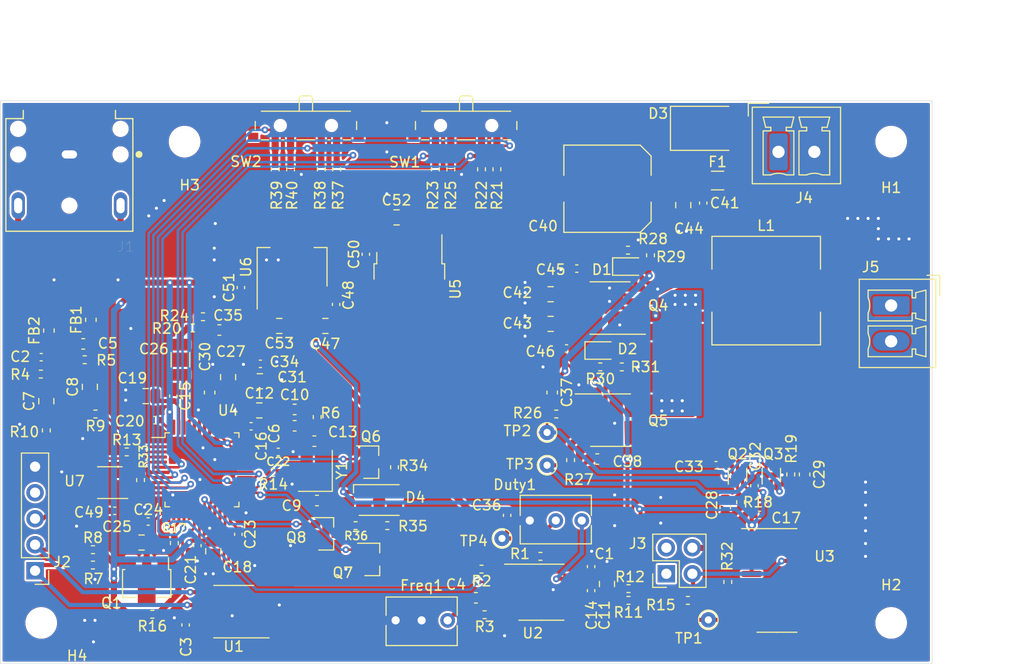
<source format=kicad_pcb>
(kicad_pcb (version 20171130) (host pcbnew 5.1.10)
  (layers (0 F.Cu signal) (31 B.Cu signal) (34 B.Paste user hide) (35 F.Paste user hide) (36 B.SilkS user hide) (37 F.SilkS user hide) (38 B.Mask user hide) (39 F.Mask user hide) (44 Edge.Cuts user))
  (net 0 "")
  (net 1 GND)
  (net 2 "Net-(C1-Pad1)")
  (net 3 "Net-(C2-Pad1)")
  (net 4 +3V3)
  (net 5 "Net-(C4-Pad1)")
  (net 6 "Net-(C5-Pad1)")
  (net 7 "Net-(C10-Pad1)")
  (net 8 "Net-(C7-Pad1)")
  (net 9 "Net-(C8-Pad1)")
  (net 10 "Net-(C9-Pad2)")
  (net 11 "Net-(C10-Pad2)")
  (net 12 "Net-(C11-Pad1)")
  (net 13 "Net-(C13-Pad2)")
  (net 14 "Net-(C15-Pad2)")
  (net 15 +6V)
  (net 16 +1V8)
  (net 17 "Net-(C26-Pad2)")
  (net 18 "Net-(C26-Pad1)")
  (net 19 "Net-(C27-Pad1)")
  (net 20 "Net-(C28-Pad2)")
  (net 21 "Net-(C28-Pad1)")
  (net 22 "Net-(C29-Pad2)")
  (net 23 "Net-(C29-Pad1)")
  (net 24 "Net-(C31-Pad1)")
  (net 25 "Net-(C35-Pad1)")
  (net 26 /DSP_A_OUT)
  (net 27 "Net-(C37-Pad2)")
  (net 28 "Net-(C37-Pad1)")
  (net 29 "Net-(C38-Pad2)")
  (net 30 "Net-(C38-Pad1)")
  (net 31 +12V)
  (net 32 "Net-(Duty1-Pad2)")
  (net 33 "Net-(F1-Pad2)")
  (net 34 "Net-(FB1-Pad2)")
  (net 35 "Net-(FB2-Pad2)")
  (net 36 "Net-(Freq1-Pad1)")
  (net 37 "Net-(J2-Pad4)")
  (net 38 /~MAN_RES)
  (net 39 "Net-(J2-Pad2)")
  (net 40 "Net-(J2-Pad1)")
  (net 41 "Net-(J3-Pad3)")
  (net 42 "Net-(J3-Pad1)")
  (net 43 "Net-(J5-Pad2)")
  (net 44 "Net-(J5-Pad1)")
  (net 45 "Net-(L1-Pad1)")
  (net 46 "Net-(Q1-Pad1)")
  (net 47 "Net-(Q5-Pad4)")
  (net 48 "Net-(Q5-Pad2)")
  (net 49 "Net-(R2-Pad1)")
  (net 50 "Net-(R3-Pad1)")
  (net 51 "Net-(R9-Pad1)")
  (net 52 "Net-(R10-Pad2)")
  (net 53 "Net-(R13-Pad2)")
  (net 54 "Net-(R14-Pad2)")
  (net 55 /~PWMDIS)
  (net 56 "Net-(R21-Pad2)")
  (net 57 "Net-(R22-Pad1)")
  (net 58 "Net-(R23-Pad1)")
  (net 59 "Net-(R25-Pad2)")
  (net 60 "Net-(R32-Pad2)")
  (net 61 /~RST)
  (net 62 "Net-(U2-Pad9)")
  (net 63 "Net-(U2-Pad3)")
  (net 64 "Net-(U3-Pad12)")
  (net 65 "Net-(U3-Pad10)")
  (net 66 "Net-(U4-Pad45)")
  (net 67 "Net-(U4-Pad44)")
  (net 68 "Net-(U4-Pad43)")
  (net 69 "Net-(U4-Pad21)")
  (net 70 "Net-(U4-Pad16)")
  (net 71 "Net-(U4-Pad11)")
  (net 72 "Net-(U3-Pad3)")
  (net 73 "Net-(U3-Pad6)")
  (net 74 "Net-(J3-Pad2)")
  (net 75 "Net-(D4-Pad4)")
  (net 76 "Net-(D4-Pad3)")
  (net 77 "Net-(D4-Pad2)")
  (net 78 "Net-(Q6-Pad3)")
  (net 79 "Net-(Q6-Pad1)")
  (net 80 "Net-(Q7-Pad3)")
  (net 81 "Net-(Q7-Pad1)")
  (net 82 "Net-(Q8-Pad3)")
  (net 83 "Net-(Q8-Pad1)")
  (net 84 "Net-(R37-Pad2)")
  (net 85 "Net-(R38-Pad1)")
  (net 86 "Net-(R39-Pad1)")
  (net 87 "Net-(R40-Pad2)")
  (module temp_pcb_lib:CUI_SJ1-3523N (layer F.Cu) (at 113.75 100.25 270)
    (fp_text reference J1 (at 9 -5.5) (layer F.SilkS) (effects (font (size 1.000402 1.000402) (thickness 0.015))))
    (fp_text value SJ1-3523N)
    (pad None np_thru_hole circle (at 0 5 270) (size 1.2 1.2) (drill 1.2) (layers *.Cu *.Mask))
    (pad None np_thru_hole circle (at -2.5 5 270) (size 1.2 1.2) (drill 1.2) (layers *.Cu *.Mask))
    (pad None np_thru_hole circle (at 5 0 270) (size 1.2 1.2) (drill 1.2) (layers *.Cu *.Mask))
    (pad None np_thru_hole circle (at 0 -5 270) (size 1.2 1.2) (drill 1.2) (layers *.Cu *.Mask))
    (pad None np_thru_hole circle (at -2.5 -5 270) (size 1.2 1.2) (drill 1.2) (layers *.Cu *.Mask))
    (pad 3 thru_hole oval (at 5 -5 270) (size 2.616 1.308) (drill oval 1.5 0.8) (layers *.Cu *.Mask) (net 34 "Net-(FB1-Pad2)"))
    (pad 2 thru_hole oval (at 5 5 270) (size 2.616 1.308) (drill oval 1.5 0.8) (layers *.Cu *.Mask) (net 35 "Net-(FB2-Pad2)"))
    (pad 1 thru_hole oval (at 0 0 270) (size 1.308 2.616) (drill oval 0.8 1.5) (layers *.Cu *.Mask) (net 1 GND))
  )
  (module Capacitor_SMD:C_1206_3216Metric (layer F.Cu) (at 124.6 120.3 270)
    (fp_text reference C26 (at -1.05 2.6 180) (layer F.SilkS))
    (fp_text value "100u 6.3V")
    (pad 1 smd roundrect (at -1.475 0 270) (size 1.15 1.8) (layers F.Cu F.Paste F.Mask) (roundrect_rratio 0.217391) (net 18 "Net-(C26-Pad1)"))
    (pad 2 smd roundrect (at 1.475 0 270) (size 1.15 1.8) (layers F.Cu F.Paste F.Mask) (roundrect_rratio 0.217391) (net 17 "Net-(C26-Pad2)"))
  )
  (module Button_Switch_SMD:SW_SP3T_PCM13 (layer F.Cu) (at 136.85 97.75 180)
    (fp_text reference SW2 (at 5.85 -3.2) (layer F.SilkS))
    (fp_text value EG1381A)
    (pad "" smd rect (at -5.15 -0.78 180) (size 1 0.8) (layers F.Cu F.Paste F.Mask))
    (pad "" smd rect (at 5.15 -0.78 180) (size 1 0.8) (layers F.Cu F.Paste F.Mask))
    (pad "" smd rect (at 5.15 1.43 180) (size 1 0.8) (layers F.Cu F.Paste F.Mask))
    (pad "" smd rect (at -5.15 1.43 180) (size 1 0.8) (layers F.Cu F.Paste F.Mask))
    (pad 4 smd rect (at 3 -1.43 180) (size 0.7 1.5) (layers F.Cu F.Paste F.Mask) (net 86 "Net-(R39-Pad1)"))
    (pad 3 smd rect (at 1.5 -1.43 180) (size 0.7 1.5) (layers F.Cu F.Paste F.Mask) (net 87 "Net-(R40-Pad2)"))
    (pad 2 smd rect (at -1.5 -1.43 180) (size 0.7 1.5) (layers F.Cu F.Paste F.Mask) (net 85 "Net-(R38-Pad1)"))
    (pad 1 smd rect (at -3 -1.43 180) (size 0.7 1.5) (layers F.Cu F.Paste F.Mask) (net 84 "Net-(R37-Pad2)"))
    (pad "" np_thru_hole circle (at 2.5 0.33 180) (size 0.9 0.9) (drill 0.9) (layers *.Cu *.Mask))
    (pad "" np_thru_hole circle (at -2.5 0.33 180) (size 0.9 0.9) (drill 0.9) (layers *.Cu *.Mask))
  )
  (module Resistor_SMD:R_0402_1005Metric (layer F.Cu) (at 135.35 101.7 90)
    (fp_text reference R40 (at -2.55 0.15 90) (layer F.SilkS))
    (fp_text value 10k)
    (pad 2 smd roundrect (at 0.51 0 90) (size 0.54 0.64) (layers F.Cu F.Paste F.Mask) (net 87 "Net-(R40-Pad2)"))
    (pad 1 smd roundrect (at -0.51 0 90) (size 0.54 0.64) (layers F.Cu F.Paste F.Mask) (net 1 GND))
  )
  (module Resistor_SMD:R_0402_1005Metric (layer F.Cu) (at 133.85 101.7 270)
    (fp_text reference R39 (at 2.55 -0.15 90) (layer F.SilkS))
    (fp_text value 10k)
    (pad 2 smd roundrect (at 0.51 0 270) (size 0.54 0.64) (layers F.Cu F.Paste F.Mask) (net 4 +3V3))
    (pad 1 smd roundrect (at -0.51 0 270) (size 0.54 0.64) (layers F.Cu F.Paste F.Mask) (net 86 "Net-(R39-Pad1)"))
  )
  (module Resistor_SMD:R_0402_1005Metric (layer F.Cu) (at 138.35 101.7 270)
    (fp_text reference R38 (at 2.55 0.1 90) (layer F.SilkS))
    (fp_text value 10k)
    (pad 2 smd roundrect (at 0.51 0 270) (size 0.54 0.64) (layers F.Cu F.Paste F.Mask) (net 4 +3V3))
    (pad 1 smd roundrect (at -0.51 0 270) (size 0.54 0.64) (layers F.Cu F.Paste F.Mask) (net 85 "Net-(R38-Pad1)"))
  )
  (module Resistor_SMD:R_0402_1005Metric (layer F.Cu) (at 139.85 101.7 90)
    (fp_text reference R37 (at -2.55 0.15 90) (layer F.SilkS))
    (fp_text value 10k)
    (pad 2 smd roundrect (at 0.51 0 90) (size 0.54 0.64) (layers F.Cu F.Paste F.Mask) (net 84 "Net-(R37-Pad2)"))
    (pad 1 smd roundrect (at -0.51 0 90) (size 0.54 0.64) (layers F.Cu F.Paste F.Mask) (net 4 +3V3))
  )
  (module Resistor_SMD:R_0402_1005Metric (layer F.Cu) (at 141.7 136.5)
    (fp_text reference R36 (at 0.05 1) (layer F.SilkS) (effects (font (size 0.8 0.8))))
    (fp_text value 3.32k)
    (pad 2 smd roundrect (at 0.51 0) (size 0.54 0.64) (layers F.Cu F.Paste F.Mask) (net 75 "Net-(D4-Pad4)"))
    (pad 1 smd roundrect (at -0.51 0) (size 0.54 0.64) (layers F.Cu F.Paste F.Mask) (net 82 "Net-(Q8-Pad3)"))
  )
  (module Resistor_SMD:R_0402_1005Metric (layer F.Cu) (at 144.8 136.5)
    (fp_text reference R35 (at 2.5 0.05) (layer F.SilkS))
    (fp_text value 3.32k)
    (pad 2 smd roundrect (at 0.51 0) (size 0.54 0.64) (layers F.Cu F.Paste F.Mask) (net 76 "Net-(D4-Pad3)"))
    (pad 1 smd roundrect (at -0.51 0) (size 0.54 0.64) (layers F.Cu F.Paste F.Mask) (net 80 "Net-(Q7-Pad3)"))
  )
  (module Resistor_SMD:R_0402_1005Metric (layer F.Cu) (at 145.5 130.8 270)
    (fp_text reference R34 (at -0.15 -1.85 180) (layer F.SilkS))
    (fp_text value 3.32k)
    (pad 2 smd roundrect (at 0.51 0 270) (size 0.54 0.64) (layers F.Cu F.Paste F.Mask) (net 77 "Net-(D4-Pad2)"))
    (pad 1 smd roundrect (at -0.51 0 270) (size 0.54 0.64) (layers F.Cu F.Paste F.Mask) (net 78 "Net-(Q6-Pad3)"))
  )
  (module Package_TO_SOT_SMD:SOT-23 (layer F.Cu) (at 138.8 137.3)
    (fp_text reference Q8 (at -2.9 0.35) (layer F.SilkS))
    (fp_text value 2N7002)
    (pad 3 smd rect (at 1 0) (size 0.9 0.8) (layers F.Cu F.Paste F.Mask) (net 82 "Net-(Q8-Pad3)"))
    (pad 2 smd rect (at -1 0.95) (size 0.9 0.8) (layers F.Cu F.Paste F.Mask) (net 1 GND))
    (pad 1 smd rect (at -1 -0.95) (size 0.9 0.8) (layers F.Cu F.Paste F.Mask) (net 83 "Net-(Q8-Pad1)"))
  )
  (module Package_TO_SOT_SMD:SOT-23 (layer F.Cu) (at 143.3 139.8)
    (fp_text reference Q7 (at -2.85 1.3) (layer F.SilkS))
    (fp_text value 2N7002)
    (pad 3 smd rect (at 1 0) (size 0.9 0.8) (layers F.Cu F.Paste F.Mask) (net 80 "Net-(Q7-Pad3)"))
    (pad 2 smd rect (at -1 0.95) (size 0.9 0.8) (layers F.Cu F.Paste F.Mask) (net 1 GND))
    (pad 1 smd rect (at -1 -0.95) (size 0.9 0.8) (layers F.Cu F.Paste F.Mask) (net 81 "Net-(Q7-Pad1)"))
  )
  (module Package_TO_SOT_SMD:SOT-23 (layer F.Cu) (at 143.2 130.3)
    (fp_text reference Q6 (at 0 -2.5) (layer F.SilkS))
    (fp_text value 2N7002)
    (pad 3 smd rect (at 1 0) (size 0.9 0.8) (layers F.Cu F.Paste F.Mask) (net 78 "Net-(Q6-Pad3)"))
    (pad 2 smd rect (at -1 0.95) (size 0.9 0.8) (layers F.Cu F.Paste F.Mask) (net 1 GND))
    (pad 1 smd rect (at -1 -0.95) (size 0.9 0.8) (layers F.Cu F.Paste F.Mask) (net 79 "Net-(Q6-Pad1)"))
  )
  (module LED_SMD:LED_Avago_PLCC4_3.2x2.8mm_CW (layer F.Cu) (at 144 134)
    (fp_text reference D4 (at 3.55 -0.25 180) (layer F.SilkS))
    (fp_text value LL-R3528RGBM)
    (pad 4 smd rect (at -1.5 0.75) (size 1.5 1.1) (layers F.Cu F.Paste F.Mask) (net 75 "Net-(D4-Pad4)"))
    (pad 3 smd rect (at 1.5 0.75) (size 1.5 1.1) (layers F.Cu F.Paste F.Mask) (net 76 "Net-(D4-Pad3)"))
    (pad 2 smd rect (at 1.5 -0.75) (size 1.5 1.1) (layers F.Cu F.Paste F.Mask) (net 77 "Net-(D4-Pad2)"))
    (pad 1 smd rect (at -1.5 -0.75) (size 1.5 1.1) (layers F.Cu F.Paste F.Mask) (net 15 +6V))
  )
  (module Package_SO:SOIC-8_3.9x4.9mm_P1.27mm (layer F.Cu) (at 129.8 144.9 180)
    (fp_text reference U1 (at 0 -3.4) (layer F.SilkS))
    (fp_text value 24AA256-I/SN)
    (pad 1 smd roundrect (at -2.475 -1.905 180) (size 1.95 0.6) (layers F.Cu F.Paste F.Mask) (net 1 GND))
    (pad 2 smd roundrect (at -2.475 -0.635 180) (size 1.95 0.6) (layers F.Cu F.Paste F.Mask) (net 1 GND))
    (pad 3 smd roundrect (at -2.475 0.635 180) (size 1.95 0.6) (layers F.Cu F.Paste F.Mask) (net 1 GND))
    (pad 4 smd roundrect (at -2.475 1.905 180) (size 1.95 0.6) (layers F.Cu F.Paste F.Mask) (net 1 GND))
    (pad 5 smd roundrect (at 2.475 1.905 180) (size 1.95 0.6) (layers F.Cu F.Paste F.Mask) (net 39 "Net-(J2-Pad2)"))
    (pad 6 smd roundrect (at 2.475 0.635 180) (size 1.95 0.6) (layers F.Cu F.Paste F.Mask) (net 40 "Net-(J2-Pad1)"))
    (pad 7 smd roundrect (at 2.475 -0.635 180) (size 1.95 0.6) (layers F.Cu F.Paste F.Mask) (net 1 GND))
    (pad 8 smd roundrect (at 2.475 -1.905 180) (size 1.95 0.6) (layers F.Cu F.Paste F.Mask) (net 4 +3V3))
  )
  (module Connector_PinHeader_2.54mm:PinHeader_1x05_P2.54mm_Vertical (layer F.Cu) (at 110.4 140.9 180)
    (fp_text reference J2 (at -2.65 0.85) (layer F.SilkS))
    (fp_text value DSP_PROG)
    (pad 1 thru_hole rect (at 0 0 180) (size 1.7 1.7) (drill 1) (layers *.Cu *.Mask) (net 40 "Net-(J2-Pad1)"))
    (pad 2 thru_hole oval (at 0 2.54 180) (size 1.7 1.7) (drill 1) (layers *.Cu *.Mask) (net 39 "Net-(J2-Pad2)"))
    (pad 3 thru_hole oval (at 0 5.08 180) (size 1.7 1.7) (drill 1) (layers *.Cu *.Mask) (net 38 /~MAN_RES))
    (pad 4 thru_hole oval (at 0 7.62 180) (size 1.7 1.7) (drill 1) (layers *.Cu *.Mask) (net 37 "Net-(J2-Pad4)"))
    (pad 5 thru_hole oval (at 0 10.16 180) (size 1.7 1.7) (drill 1) (layers *.Cu *.Mask) (net 1 GND))
  )
  (module MountingHole:MountingHole_2.7mm_M2.5 (layer F.Cu) (at 111 146)
    (fp_text reference H4 (at 3.5 3.2) (layer F.SilkS))
    (fp_text value M2.5)
    (pad 1 np_thru_hole circle (at 0 0) (size 2.7 2.7) (drill 2.7) (layers *.Cu *.Mask))
  )
  (module MountingHole:MountingHole_2.7mm_M2.5 (layer F.Cu) (at 125 99)
    (fp_text reference H3 (at 0.5 4.25) (layer F.SilkS))
    (fp_text value M2.5)
    (pad 1 np_thru_hole circle (at 0 0) (size 2.7 2.7) (drill 2.7) (layers *.Cu *.Mask))
  )
  (module MountingHole:MountingHole_2.7mm_M2.5 (layer F.Cu) (at 194 146)
    (fp_text reference H2 (at 0 -3.7) (layer F.SilkS))
    (fp_text value M2.5)
    (pad 1 np_thru_hole circle (at 0 0) (size 2.7 2.7) (drill 2.7) (layers *.Cu *.Mask))
  )
  (module MountingHole:MountingHole_2.7mm_M2.5 (layer F.Cu) (at 194 99)
    (fp_text reference H1 (at 0 4.5) (layer F.SilkS))
    (fp_text value M2.5)
    (pad 1 np_thru_hole circle (at 0 0) (size 2.7 2.7) (drill 2.7) (layers *.Cu *.Mask))
  )
  (module Package_SO:SOIC-8_3.9x4.9mm_P1.27mm (layer F.Cu) (at 166.55 115.25 180)
    (fp_text reference Q4 (at -4.7 0.25) (layer F.SilkS))
    (fp_text value FDS4935A)
    (pad 8 smd roundrect (at 2.475 -1.905 180) (size 1.95 0.6) (layers F.Cu F.Paste F.Mask) (net 31 +12V))
    (pad 7 smd roundrect (at 2.475 -0.635 180) (size 1.95 0.6) (layers F.Cu F.Paste F.Mask) (net 31 +12V))
    (pad 6 smd roundrect (at 2.475 0.635 180) (size 1.95 0.6) (layers F.Cu F.Paste F.Mask) (net 31 +12V))
    (pad 5 smd roundrect (at 2.475 1.905 180) (size 1.95 0.6) (layers F.Cu F.Paste F.Mask) (net 31 +12V))
    (pad 4 smd roundrect (at -2.475 1.905 180) (size 1.95 0.6) (layers F.Cu F.Paste F.Mask) (net 28 "Net-(C37-Pad1)"))
    (pad 3 smd roundrect (at -2.475 0.635 180) (size 1.95 0.6) (layers F.Cu F.Paste F.Mask) (net 45 "Net-(L1-Pad1)"))
    (pad 2 smd roundrect (at -2.475 -0.635 180) (size 1.95 0.6) (layers F.Cu F.Paste F.Mask) (net 30 "Net-(C38-Pad1)"))
    (pad 1 smd roundrect (at -2.475 -1.905 180) (size 1.95 0.6) (layers F.Cu F.Paste F.Mask) (net 43 "Net-(J5-Pad2)"))
  )
  (module Capacitor_SMD:C_0402_1005Metric (layer F.Cu) (at 130.5 113.25 90)
    (fp_text reference C51 (at 0 -1.16 90) (layer F.SilkS))
    (fp_text value 100n)
    (pad 2 smd roundrect (at 0.48 0 90) (size 0.56 0.62) (layers F.Cu F.Paste F.Mask) (net 4 +3V3))
    (pad 1 smd roundrect (at -0.48 0 90) (size 0.56 0.62) (layers F.Cu F.Paste F.Mask) (net 1 GND))
  )
  (module Capacitor_SMD:C_0402_1005Metric (layer F.Cu) (at 142.7 110 90)
    (fp_text reference C50 (at 0 -1.16 90) (layer F.SilkS))
    (fp_text value 100n)
    (pad 2 smd roundrect (at 0.48 0 90) (size 0.56 0.62) (layers F.Cu F.Paste F.Mask) (net 15 +6V))
    (pad 1 smd roundrect (at -0.48 0 90) (size 0.56 0.62) (layers F.Cu F.Paste F.Mask) (net 1 GND))
  )
  (module Capacitor_SMD:C_0402_1005Metric (layer F.Cu) (at 118.18 135.05)
    (fp_text reference C49 (at -2.53 0.15) (layer F.SilkS))
    (fp_text value 100n)
    (pad 2 smd roundrect (at 0.48 0) (size 0.56 0.62) (layers F.Cu F.Paste F.Mask) (net 1 GND))
    (pad 1 smd roundrect (at -0.48 0) (size 0.56 0.62) (layers F.Cu F.Paste F.Mask) (net 4 +3V3))
  )
  (module Capacitor_SMD:C_0402_1005Metric (layer F.Cu) (at 139.8 114.9 90)
    (fp_text reference C48 (at 0.9 1.2 90) (layer F.SilkS))
    (fp_text value 100n)
    (pad 2 smd roundrect (at 0.48 0 90) (size 0.56 0.62) (layers F.Cu F.Paste F.Mask) (net 15 +6V))
    (pad 1 smd roundrect (at -0.48 0 90) (size 0.56 0.62) (layers F.Cu F.Paste F.Mask) (net 1 GND))
  )
  (module Capacitor_SMD:C_0402_1005Metric (layer F.Cu) (at 162.3 119.2)
    (fp_text reference C46 (at -2.55 0.3) (layer F.SilkS))
    (fp_text value 100n)
    (pad 2 smd roundrect (at 0.48 0) (size 0.56 0.62) (layers F.Cu F.Paste F.Mask) (net 31 +12V))
    (pad 1 smd roundrect (at -0.48 0) (size 0.56 0.62) (layers F.Cu F.Paste F.Mask) (net 1 GND))
  )
  (module Capacitor_SMD:C_0402_1005Metric (layer F.Cu) (at 163.3 111.4)
    (fp_text reference C45 (at -2.55 0.1) (layer F.SilkS))
    (fp_text value 100n)
    (pad 2 smd roundrect (at 0.48 0) (size 0.56 0.62) (layers F.Cu F.Paste F.Mask) (net 31 +12V))
    (pad 1 smd roundrect (at -0.48 0) (size 0.56 0.62) (layers F.Cu F.Paste F.Mask) (net 1 GND))
  )
  (module Capacitor_SMD:C_0402_1005Metric (layer F.Cu) (at 175.65 105 90)
    (fp_text reference C41 (at 0 2.1 180) (layer F.SilkS))
    (fp_text value 100n)
    (pad 2 smd roundrect (at 0.48 0 90) (size 0.56 0.62) (layers F.Cu F.Paste F.Mask) (net 31 +12V))
    (pad 1 smd roundrect (at -0.48 0 90) (size 0.56 0.62) (layers F.Cu F.Paste F.Mask) (net 1 GND))
  )
  (module Capacitor_SMD:C_0402_1005Metric (layer F.Cu) (at 156.5 135.5 90)
    (fp_text reference C36 (at 1 -2 180) (layer F.SilkS))
    (fp_text value 100n)
    (pad 2 smd roundrect (at 0.48 0 90) (size 0.56 0.62) (layers F.Cu F.Paste F.Mask) (net 25 "Net-(C35-Pad1)"))
    (pad 1 smd roundrect (at -0.48 0 90) (size 0.56 0.62) (layers F.Cu F.Paste F.Mask) (net 26 /DSP_A_OUT))
  )
  (module Capacitor_SMD:C_0402_1005Metric (layer F.Cu) (at 132.4 120.7 180)
    (fp_text reference C34 (at -2.35 0.2) (layer F.SilkS))
    (fp_text value 100n)
    (pad 2 smd roundrect (at 0.48 0 180) (size 0.56 0.62) (layers F.Cu F.Paste F.Mask) (net 24 "Net-(C31-Pad1)"))
    (pad 1 smd roundrect (at -0.48 0 180) (size 0.56 0.62) (layers F.Cu F.Paste F.Mask) (net 1 GND))
  )
  (module Capacitor_SMD:C_0402_1005Metric (layer F.Cu) (at 176.9 130.6 180)
    (fp_text reference C33 (at 2.65 -0.15) (layer F.SilkS))
    (fp_text value 100n)
    (pad 2 smd roundrect (at 0.48 0 180) (size 0.56 0.62) (layers F.Cu F.Paste F.Mask) (net 1 GND))
    (pad 1 smd roundrect (at -0.48 0 180) (size 0.56 0.62) (layers F.Cu F.Paste F.Mask) (net 15 +6V))
  )
  (module Capacitor_SMD:C_0402_1005Metric (layer F.Cu) (at 180.65 132.6 90)
    (fp_text reference C32 (at 2.85 0.1 90) (layer F.SilkS))
    (fp_text value 100n)
    (pad 2 smd roundrect (at 0.48 0 90) (size 0.56 0.62) (layers F.Cu F.Paste F.Mask) (net 1 GND))
    (pad 1 smd roundrect (at -0.48 0 90) (size 0.56 0.62) (layers F.Cu F.Paste F.Mask) (net 15 +6V))
  )
  (module Capacitor_SMD:C_0402_1005Metric (layer F.Cu) (at 121.45 136.1)
    (fp_text reference C24 (at 0 -1.16) (layer F.SilkS))
    (fp_text value 100n)
    (pad 2 smd roundrect (at 0.48 0) (size 0.56 0.62) (layers F.Cu F.Paste F.Mask) (net 16 +1V8))
    (pad 1 smd roundrect (at -0.48 0) (size 0.56 0.62) (layers F.Cu F.Paste F.Mask) (net 1 GND))
  )
  (module Capacitor_SMD:C_0402_1005Metric (layer F.Cu) (at 130.25 137.35 270)
    (fp_text reference C23 (at 0 -1.16 90) (layer F.SilkS))
    (fp_text value 100n)
    (pad 2 smd roundrect (at 0.48 0 270) (size 0.56 0.62) (layers F.Cu F.Paste F.Mask) (net 1 GND))
    (pad 1 smd roundrect (at -0.48 0 270) (size 0.56 0.62) (layers F.Cu F.Paste F.Mask) (net 16 +1V8))
  )
  (module Capacitor_SMD:C_0402_1005Metric (layer F.Cu) (at 134.15 129.3 180)
    (fp_text reference C22 (at 0 -0.95) (layer F.SilkS) (effects (font (size 0.8 0.8))))
    (fp_text value 100n)
    (pad 2 smd roundrect (at 0.48 0 180) (size 0.56 0.62) (layers F.Cu F.Paste F.Mask) (net 4 +3V3))
    (pad 1 smd roundrect (at -0.48 0 180) (size 0.56 0.62) (layers F.Cu F.Paste F.Mask) (net 1 GND))
  )
  (module Capacitor_SMD:C_0402_1005Metric (layer F.Cu) (at 126.25 138.45 90)
    (fp_text reference C21 (at -2.35 -0.65 90) (layer F.SilkS))
    (fp_text value 100n)
    (pad 2 smd roundrect (at 0.48 0 90) (size 0.56 0.62) (layers F.Cu F.Paste F.Mask) (net 4 +3V3))
    (pad 1 smd roundrect (at -0.48 0 90) (size 0.56 0.62) (layers F.Cu F.Paste F.Mask) (net 1 GND))
  )
  (module Capacitor_SMD:C_0402_1005Metric (layer F.Cu) (at 122.1 126.2)
    (fp_text reference C20 (at -2.45 0.1) (layer F.SilkS))
    (fp_text value 100n)
    (pad 2 smd roundrect (at 0.48 0) (size 0.56 0.62) (layers F.Cu F.Paste F.Mask) (net 4 +3V3))
    (pad 1 smd roundrect (at -0.48 0) (size 0.56 0.62) (layers F.Cu F.Paste F.Mask) (net 1 GND))
  )
  (module Capacitor_SMD:C_0402_1005Metric (layer F.Cu) (at 181.15 135.45)
    (fp_text reference C17 (at 2.6 0.3) (layer F.SilkS))
    (fp_text value 100n)
    (pad 2 smd roundrect (at 0.48 0) (size 0.56 0.62) (layers F.Cu F.Paste F.Mask) (net 1 GND))
    (pad 1 smd roundrect (at -0.48 0) (size 0.56 0.62) (layers F.Cu F.Paste F.Mask) (net 15 +6V))
  )
  (module Capacitor_SMD:C_0402_1005Metric (layer F.Cu) (at 131.5 126.8 180)
    (fp_text reference C16 (at -1 -1.95 90) (layer F.SilkS))
    (fp_text value 100n)
    (pad 2 smd roundrect (at 0.48 0 180) (size 0.56 0.62) (layers F.Cu F.Paste F.Mask) (net 4 +3V3))
    (pad 1 smd roundrect (at -0.48 0 180) (size 0.56 0.62) (layers F.Cu F.Paste F.Mask) (net 1 GND))
  )
  (module Capacitor_SMD:C_0402_1005Metric (layer F.Cu) (at 123.9 123.85 270)
    (fp_text reference C15 (at 0 -1.16 90) (layer F.SilkS))
    (fp_text value 100n)
    (pad 2 smd roundrect (at 0.48 0 270) (size 0.56 0.62) (layers F.Cu F.Paste F.Mask) (net 14 "Net-(C15-Pad2)"))
    (pad 1 smd roundrect (at -0.48 0 270) (size 0.56 0.62) (layers F.Cu F.Paste F.Mask) (net 1 GND))
  )
  (module Capacitor_SMD:C_0402_1005Metric (layer F.Cu) (at 164.7 142.85 270)
    (fp_text reference C14 (at 2.4 -0.05 90) (layer F.SilkS))
    (fp_text value 100n)
    (pad 2 smd roundrect (at 0.48 0 270) (size 0.56 0.62) (layers F.Cu F.Paste F.Mask) (net 12 "Net-(C11-Pad1)"))
    (pad 1 smd roundrect (at -0.48 0 270) (size 0.56 0.62) (layers F.Cu F.Paste F.Mask) (net 1 GND))
  )
  (module Capacitor_SMD:C_0402_1005Metric (layer F.Cu) (at 125.1 146.2 270)
    (fp_text reference C3 (at 2.15 -0.05 90) (layer F.SilkS))
    (fp_text value 100n)
    (pad 2 smd roundrect (at 0.48 0 270) (size 0.56 0.62) (layers F.Cu F.Paste F.Mask) (net 4 +3V3))
    (pad 1 smd roundrect (at -0.48 0 270) (size 0.56 0.62) (layers F.Cu F.Paste F.Mask) (net 1 GND))
  )
  (module Capacitor_SMD:C_0402_1005Metric (layer F.Cu) (at 111 120.05 180)
    (fp_text reference C2 (at 2.05 0.05) (layer F.SilkS))
    (fp_text value 100p)
    (pad 2 smd roundrect (at 0.48 0 180) (size 0.56 0.62) (layers F.Cu F.Paste F.Mask) (net 1 GND))
    (pad 1 smd roundrect (at -0.48 0 180) (size 0.56 0.62) (layers F.Cu F.Paste F.Mask) (net 3 "Net-(C2-Pad1)"))
  )
  (module Capacitor_SMD:C_0402_1005Metric (layer F.Cu) (at 164.7 140.5 90)
    (fp_text reference C1 (at 1.25 1.3 180) (layer F.SilkS))
    (fp_text value 100n)
    (pad 2 smd roundrect (at 0.48 0 90) (size 0.56 0.62) (layers F.Cu F.Paste F.Mask) (net 1 GND))
    (pad 1 smd roundrect (at -0.48 0 90) (size 0.56 0.62) (layers F.Cu F.Paste F.Mask) (net 2 "Net-(C1-Pad1)"))
  )
  (module Package_TO_SOT_SMD:SOT-563 (layer F.Cu) (at 182.3 131.55 90)
    (fp_text reference Q3 (at 2.05 0.2 180) (layer F.SilkS))
    (fp_text value MMDT2907V)
    (pad 1 smd rect (at -0.75 -0.5 90) (size 0.6 0.3) (layers F.Cu F.Paste F.Mask) (net 1 GND))
    (pad 3 smd rect (at -0.75 0.5 90) (size 0.6 0.3) (layers F.Cu F.Paste F.Mask) (net 29 "Net-(C38-Pad2)"))
    (pad 6 smd rect (at 0.75 -0.5 90) (size 0.6 0.3) (layers F.Cu F.Paste F.Mask) (net 27 "Net-(C37-Pad2)"))
    (pad 2 smd rect (at -0.75 0 90) (size 0.6 0.3) (layers F.Cu F.Paste F.Mask) (net 21 "Net-(C28-Pad1)"))
    (pad 4 smd rect (at 0.75 0.5 90) (size 0.6 0.3) (layers F.Cu F.Paste F.Mask) (net 1 GND))
    (pad 5 smd rect (at 0.75 0 90) (size 0.6 0.3) (layers F.Cu F.Paste F.Mask) (net 23 "Net-(C29-Pad1)"))
  )
  (module Crystal:Crystal_SMD_Abracon_ABM8G-4Pin_3.2x2.5mm (layer F.Cu) (at 137.775 131.15 90)
    (fp_text reference Y1 (at 0.05 2.575 90) (layer F.SilkS))
    (fp_text value ABM8-12.288MHZ-B2-T)
    (pad 1 smd rect (at -1.1 0.85 90) (size 1.4 1.2) (layers F.Cu F.Paste F.Mask) (net 10 "Net-(C9-Pad2)"))
    (pad 2 smd rect (at 1.1 0.85 90) (size 1.4 1.2) (layers F.Cu F.Paste F.Mask) (net 1 GND))
    (pad 3 smd rect (at 1.1 -0.85 90) (size 1.4 1.2) (layers F.Cu F.Paste F.Mask) (net 13 "Net-(C13-Pad2)"))
    (pad 4 smd rect (at -1.1 -0.85 90) (size 1.4 1.2) (layers F.Cu F.Paste F.Mask) (net 1 GND))
  )
  (module Package_TO_SOT_SMD:SOT-143 (layer F.Cu) (at 117.7 132.3 180)
    (fp_text reference U7 (at 3.45 0.15) (layer F.SilkS))
    (fp_text value CAT811STBI-GT3)
    (pad 1 smd rect (at -1.1 -0.77 90) (size 1.2 1.4) (layers F.Cu F.Paste F.Mask) (net 1 GND))
    (pad 2 smd rect (at -1.1 0.95 90) (size 1 1.4) (layers F.Cu F.Paste F.Mask) (net 61 /~RST))
    (pad 3 smd rect (at 1.1 0.95 90) (size 1 1.4) (layers F.Cu F.Paste F.Mask) (net 38 /~MAN_RES))
    (pad 4 smd rect (at 1.1 -0.95 90) (size 1 1.4) (layers F.Cu F.Paste F.Mask) (net 4 +3V3))
  )
  (module Package_TO_SOT_SMD:SOT-223 (layer F.Cu) (at 135.5 111.25 90)
    (fp_text reference U6 (at 0 -4.5 90) (layer F.SilkS))
    (fp_text value AZ1117-3.3)
    (pad 4 smd rect (at 3.15 0 90) (size 2 3.8) (layers F.Cu F.Paste F.Mask))
    (pad 2 smd rect (at -3.15 0 90) (size 2 1.5) (layers F.Cu F.Paste F.Mask) (net 4 +3V3))
    (pad 3 smd rect (at -3.15 2.3 90) (size 2 1.5) (layers F.Cu F.Paste F.Mask) (net 15 +6V))
    (pad 1 smd rect (at -3.15 -2.3 90) (size 2 1.5) (layers F.Cu F.Paste F.Mask) (net 1 GND))
  )
  (module Package_TO_SOT_SMD:TO-252-2 (layer F.Cu) (at 146.95 113.4 270)
    (fp_text reference U5 (at 0 -4.5 90) (layer F.SilkS))
    (fp_text value MC78M06CDTRKG)
    (pad 1 smd rect (at -4.2 -2.28 270) (size 2.2 1.2) (layers F.Cu F.Paste F.Mask) (net 31 +12V))
    (pad 3 smd rect (at -4.2 2.28 270) (size 2.2 1.2) (layers F.Cu F.Paste F.Mask) (net 15 +6V))
    (pad 2 smd rect (at 2.1 0 270) (size 6.4 5.8) (layers F.Cu F.Mask) (net 1 GND))
  )
  (module Package_QFP:LQFP-48_7x7mm_P0.5mm (layer F.Cu) (at 126.7 131.05)
    (fp_text reference U4 (at 2.55 -5.8) (layer F.SilkS))
    (fp_text value ADAU1701)
    (pad 1 smd roundrect (at -4.1625 -2.75) (size 1.475 0.3) (layers F.Cu F.Paste F.Mask) (net 1 GND))
    (pad 2 smd roundrect (at -4.1625 -2.25) (size 1.475 0.3) (layers F.Cu F.Paste F.Mask) (net 51 "Net-(R9-Pad1)"))
    (pad 3 smd roundrect (at -4.1625 -1.75) (size 1.475 0.3) (layers F.Cu F.Paste F.Mask) (net 53 "Net-(R13-Pad2)"))
    (pad 4 smd roundrect (at -4.1625 -1.25) (size 1.475 0.3) (layers F.Cu F.Paste F.Mask) (net 52 "Net-(R10-Pad2)"))
    (pad 5 smd roundrect (at -4.1625 -0.75) (size 1.475 0.3) (layers F.Cu F.Paste F.Mask) (net 61 /~RST))
    (pad 6 smd roundrect (at -4.1625 -0.25) (size 1.475 0.3) (layers F.Cu F.Paste F.Mask) (net 4 +3V3))
    (pad 7 smd roundrect (at -4.1625 0.25) (size 1.475 0.3) (layers F.Cu F.Paste F.Mask) (net 1 GND))
    (pad 8 smd roundrect (at -4.1625 0.75) (size 1.475 0.3) (layers F.Cu F.Paste F.Mask) (net 84 "Net-(R37-Pad2)"))
    (pad 9 smd roundrect (at -4.1625 1.25) (size 1.475 0.3) (layers F.Cu F.Paste F.Mask) (net 85 "Net-(R38-Pad1)"))
    (pad 10 smd roundrect (at -4.1625 1.75) (size 1.475 0.3) (layers F.Cu F.Paste F.Mask) (net 56 "Net-(R21-Pad2)"))
    (pad 11 smd roundrect (at -4.1625 2.25) (size 1.475 0.3) (layers F.Cu F.Paste F.Mask) (net 71 "Net-(U4-Pad11)"))
    (pad 12 smd roundrect (at -4.1625 2.75) (size 1.475 0.3) (layers F.Cu F.Paste F.Mask) (net 1 GND))
    (pad 13 smd roundrect (at -2.75 4.1625) (size 0.3 1.475) (layers F.Cu F.Paste F.Mask) (net 16 +1V8))
    (pad 14 smd roundrect (at -2.25 4.1625) (size 0.3 1.475) (layers F.Cu F.Paste F.Mask) (net 55 /~PWMDIS))
    (pad 15 smd roundrect (at -1.75 4.1625) (size 0.3 1.475) (layers F.Cu F.Paste F.Mask) (net 86 "Net-(R39-Pad1)"))
    (pad 16 smd roundrect (at -1.25 4.1625) (size 0.3 1.475) (layers F.Cu F.Paste F.Mask) (net 70 "Net-(U4-Pad16)"))
    (pad 17 smd roundrect (at -0.75 4.1625) (size 0.3 1.475) (layers F.Cu F.Paste F.Mask) (net 46 "Net-(Q1-Pad1)"))
    (pad 18 smd roundrect (at -0.25 4.1625) (size 0.3 1.475) (layers F.Cu F.Paste F.Mask) (net 4 +3V3))
    (pad 19 smd roundrect (at 0.25 4.1625) (size 0.3 1.475) (layers F.Cu F.Paste F.Mask) (net 83 "Net-(Q8-Pad1)"))
    (pad 20 smd roundrect (at 0.75 4.1625) (size 0.3 1.475) (layers F.Cu F.Paste F.Mask) (net 1 GND))
    (pad 21 smd roundrect (at 1.25 4.1625) (size 0.3 1.475) (layers F.Cu F.Paste F.Mask) (net 69 "Net-(U4-Pad21)"))
    (pad 22 smd roundrect (at 1.75 4.1625) (size 0.3 1.475) (layers F.Cu F.Paste F.Mask) (net 39 "Net-(J2-Pad2)"))
    (pad 23 smd roundrect (at 2.25 4.1625) (size 0.3 1.475) (layers F.Cu F.Paste F.Mask) (net 40 "Net-(J2-Pad1)"))
    (pad 24 smd roundrect (at 2.75 4.1625) (size 0.3 1.475) (layers F.Cu F.Paste F.Mask) (net 16 +1V8))
    (pad 25 smd roundrect (at 4.1625 2.75) (size 1.475 0.3) (layers F.Cu F.Paste F.Mask) (net 1 GND))
    (pad 26 smd roundrect (at 4.1625 2.25) (size 1.475 0.3) (layers F.Cu F.Paste F.Mask) (net 81 "Net-(Q7-Pad1)"))
    (pad 27 smd roundrect (at 4.1625 1.75) (size 1.475 0.3) (layers F.Cu F.Paste F.Mask) (net 79 "Net-(Q6-Pad1)"))
    (pad 28 smd roundrect (at 4.1625 1.25) (size 1.475 0.3) (layers F.Cu F.Paste F.Mask) (net 58 "Net-(R23-Pad1)"))
    (pad 29 smd roundrect (at 4.1625 0.75) (size 1.475 0.3) (layers F.Cu F.Paste F.Mask) (net 57 "Net-(R22-Pad1)"))
    (pad 30 smd roundrect (at 4.1625 0.25) (size 1.475 0.3) (layers F.Cu F.Paste F.Mask) (net 1 GND))
    (pad 31 smd roundrect (at 4.1625 -0.25) (size 1.475 0.3) (layers F.Cu F.Paste F.Mask) (net 54 "Net-(R14-Pad2)"))
    (pad 32 smd roundrect (at 4.1625 -0.75) (size 1.475 0.3) (layers F.Cu F.Paste F.Mask) (net 13 "Net-(C13-Pad2)"))
    (pad 33 smd roundrect (at 4.1625 -1.25) (size 1.475 0.3) (layers F.Cu F.Paste F.Mask) (net 1 GND))
    (pad 34 smd roundrect (at 4.1625 -1.75) (size 1.475 0.3) (layers F.Cu F.Paste F.Mask) (net 4 +3V3))
    (pad 35 smd roundrect (at 4.1625 -2.25) (size 1.475 0.3) (layers F.Cu F.Paste F.Mask) (net 7 "Net-(C10-Pad1)"))
    (pad 36 smd roundrect (at 4.1625 -2.75) (size 1.475 0.3) (layers F.Cu F.Paste F.Mask) (net 4 +3V3))
    (pad 37 smd roundrect (at 2.75 -4.1625) (size 0.3 1.475) (layers F.Cu F.Paste F.Mask) (net 1 GND))
    (pad 38 smd roundrect (at 2.25 -4.1625) (size 0.3 1.475) (layers F.Cu F.Paste F.Mask) (net 1 GND))
    (pad 39 smd roundrect (at 1.75 -4.1625) (size 0.3 1.475) (layers F.Cu F.Paste F.Mask) (net 4 +3V3))
    (pad 40 smd roundrect (at 1.25 -4.1625) (size 0.3 1.475) (layers F.Cu F.Paste F.Mask) (net 24 "Net-(C31-Pad1)"))
    (pad 41 smd roundrect (at 0.75 -4.1625) (size 0.3 1.475) (layers F.Cu F.Paste F.Mask) (net 19 "Net-(C27-Pad1)"))
    (pad 42 smd roundrect (at 0.25 -4.1625) (size 0.3 1.475) (layers F.Cu F.Paste F.Mask) (net 1 GND))
    (pad 43 smd roundrect (at -0.25 -4.1625) (size 0.3 1.475) (layers F.Cu F.Paste F.Mask) (net 68 "Net-(U4-Pad43)"))
    (pad 44 smd roundrect (at -0.75 -4.1625) (size 0.3 1.475) (layers F.Cu F.Paste F.Mask) (net 67 "Net-(U4-Pad44)"))
    (pad 45 smd roundrect (at -1.25 -4.1625) (size 0.3 1.475) (layers F.Cu F.Paste F.Mask) (net 66 "Net-(U4-Pad45)"))
    (pad 46 smd roundrect (at -1.75 -4.1625) (size 0.3 1.475) (layers F.Cu F.Paste F.Mask) (net 17 "Net-(C26-Pad2)"))
    (pad 47 smd roundrect (at -2.25 -4.1625) (size 0.3 1.475) (layers F.Cu F.Paste F.Mask) (net 14 "Net-(C15-Pad2)"))
    (pad 48 smd roundrect (at -2.75 -4.1625) (size 0.3 1.475) (layers F.Cu F.Paste F.Mask) (net 4 +3V3))
  )
  (module Package_SO:SOIC-16_3.9x9.9mm_P1.27mm (layer F.Cu) (at 182.85 141.85)
    (fp_text reference U3 (at 4.65 -2.35) (layer F.SilkS))
    (fp_text value HEF4049BT,653)
    (pad 1 smd roundrect (at -2.475 -4.445) (size 1.95 0.6) (layers F.Cu F.Paste F.Mask) (net 15 +6V))
    (pad 2 smd roundrect (at -2.475 -3.175) (size 1.95 0.6) (layers F.Cu F.Paste F.Mask) (net 20 "Net-(C28-Pad2)"))
    (pad 3 smd roundrect (at -2.475 -1.905) (size 1.95 0.6) (layers F.Cu F.Paste F.Mask) (net 72 "Net-(U3-Pad3)"))
    (pad 4 smd roundrect (at -2.475 -0.635) (size 1.95 0.6) (layers F.Cu F.Paste F.Mask) (net 72 "Net-(U3-Pad3)"))
    (pad 5 smd roundrect (at -2.475 0.635) (size 1.95 0.6) (layers F.Cu F.Paste F.Mask) (net 60 "Net-(R32-Pad2)"))
    (pad 6 smd roundrect (at -2.475 1.905) (size 1.95 0.6) (layers F.Cu F.Paste F.Mask) (net 73 "Net-(U3-Pad6)"))
    (pad 7 smd roundrect (at -2.475 3.175) (size 1.95 0.6) (layers F.Cu F.Paste F.Mask) (net 1 GND))
    (pad 8 smd roundrect (at -2.475 4.445) (size 1.95 0.6) (layers F.Cu F.Paste F.Mask) (net 1 GND))
    (pad 9 smd roundrect (at 2.475 4.445) (size 1.95 0.6) (layers F.Cu F.Paste F.Mask) (net 1 GND))
    (pad 10 smd roundrect (at 2.475 3.175) (size 1.95 0.6) (layers F.Cu F.Paste F.Mask) (net 65 "Net-(U3-Pad10)"))
    (pad 11 smd roundrect (at 2.475 1.905) (size 1.95 0.6) (layers F.Cu F.Paste F.Mask) (net 1 GND))
    (pad 12 smd roundrect (at 2.475 0.635) (size 1.95 0.6) (layers F.Cu F.Paste F.Mask) (net 64 "Net-(U3-Pad12)"))
    (pad 13 smd roundrect (at 2.475 -0.635) (size 1.95 0.6) (layers F.Cu F.Paste F.Mask))
    (pad 14 smd roundrect (at 2.475 -1.905) (size 1.95 0.6) (layers F.Cu F.Paste F.Mask) (net 41 "Net-(J3-Pad3)"))
    (pad 15 smd roundrect (at 2.475 -3.175) (size 1.95 0.6) (layers F.Cu F.Paste F.Mask) (net 22 "Net-(C29-Pad2)"))
    (pad 16 smd roundrect (at 2.475 -4.445) (size 1.95 0.6) (layers F.Cu F.Paste F.Mask))
  )
  (module Package_SO:TSSOP-16_4.4x5mm_P0.65mm (layer F.Cu) (at 159.85 143)
    (fp_text reference U2 (at -0.85 4) (layer F.SilkS))
    (fp_text value TL494)
    (pad 1 smd roundrect (at -2.8625 -2.275) (size 1.475 0.4) (layers F.Cu F.Paste F.Mask) (net 49 "Net-(R2-Pad1)"))
    (pad 2 smd roundrect (at -2.8625 -1.625) (size 1.475 0.4) (layers F.Cu F.Paste F.Mask) (net 55 /~PWMDIS))
    (pad 3 smd roundrect (at -2.8625 -0.975) (size 1.475 0.4) (layers F.Cu F.Paste F.Mask) (net 63 "Net-(U2-Pad3)"))
    (pad 4 smd roundrect (at -2.8625 -0.325) (size 1.475 0.4) (layers F.Cu F.Paste F.Mask) (net 26 /DSP_A_OUT))
    (pad 5 smd roundrect (at -2.8625 0.325) (size 1.475 0.4) (layers F.Cu F.Paste F.Mask) (net 5 "Net-(C4-Pad1)"))
    (pad 6 smd roundrect (at -2.8625 0.975) (size 1.475 0.4) (layers F.Cu F.Paste F.Mask) (net 50 "Net-(R3-Pad1)"))
    (pad 7 smd roundrect (at -2.8625 1.625) (size 1.475 0.4) (layers F.Cu F.Paste F.Mask) (net 1 GND))
    (pad 8 smd roundrect (at -2.8625 2.275) (size 1.475 0.4) (layers F.Cu F.Paste F.Mask) (net 12 "Net-(C11-Pad1)"))
    (pad 9 smd roundrect (at 2.8625 2.275) (size 1.475 0.4) (layers F.Cu F.Paste F.Mask) (net 62 "Net-(U2-Pad9)"))
    (pad 10 smd roundrect (at 2.8625 1.625) (size 1.475 0.4) (layers F.Cu F.Paste F.Mask) (net 60 "Net-(R32-Pad2)"))
    (pad 11 smd roundrect (at 2.8625 0.975) (size 1.475 0.4) (layers F.Cu F.Paste F.Mask) (net 12 "Net-(C11-Pad1)"))
    (pad 12 smd roundrect (at 2.8625 0.325) (size 1.475 0.4) (layers F.Cu F.Paste F.Mask) (net 12 "Net-(C11-Pad1)"))
    (pad 13 smd roundrect (at 2.8625 -0.325) (size 1.475 0.4) (layers F.Cu F.Paste F.Mask) (net 1 GND))
    (pad 14 smd roundrect (at 2.8625 -0.975) (size 1.475 0.4) (layers F.Cu F.Paste F.Mask) (net 2 "Net-(C1-Pad1)"))
    (pad 15 smd roundrect (at 2.8625 -1.625) (size 1.475 0.4) (layers F.Cu F.Paste F.Mask) (net 2 "Net-(C1-Pad1)"))
    (pad 16 smd roundrect (at 2.8625 -2.275) (size 1.475 0.4) (layers F.Cu F.Paste F.Mask) (net 1 GND))
  )
  (module TestPoint:TestPoint_THTPad_D1.5mm_Drill0.7mm (layer F.Cu) (at 156 137.75)
    (fp_text reference TP4 (at -2.75 0.25) (layer F.SilkS))
    (fp_text value Audio_out)
    (pad 1 thru_hole circle (at 0 0) (size 1.5 1.5) (drill 0.7) (layers *.Cu *.Mask) (net 26 /DSP_A_OUT))
  )
  (module TestPoint:TestPoint_THTPad_D1.5mm_Drill0.7mm (layer F.Cu) (at 160.4 130.6)
    (fp_text reference TP3 (at -2.65 -0.1) (layer F.SilkS))
    (fp_text value ~PWMPRE)
    (pad 1 thru_hole circle (at 0 0) (size 1.5 1.5) (drill 0.7) (layers *.Cu *.Mask) (net 29 "Net-(C38-Pad2)"))
  )
  (module TestPoint:TestPoint_THTPad_D1.5mm_Drill0.7mm (layer F.Cu) (at 160.4 127.4)
    (fp_text reference TP2 (at -2.9 -0.15) (layer F.SilkS))
    (fp_text value PWMPRE)
    (pad 1 thru_hole circle (at 0 0) (size 1.5 1.5) (drill 0.7) (layers *.Cu *.Mask) (net 27 "Net-(C37-Pad2)"))
  )
  (module TestPoint:TestPoint_THTPad_D1.5mm_Drill0.7mm (layer F.Cu) (at 176.15 145.7 90)
    (fp_text reference TP1 (at -1.8 -1.9 180) (layer F.SilkS))
    (fp_text value PWMOUT)
    (pad 1 thru_hole circle (at 0 0 90) (size 1.5 1.5) (drill 0.7) (layers *.Cu *.Mask) (net 60 "Net-(R32-Pad2)"))
  )
  (module Button_Switch_SMD:SW_SP3T_PCM13 (layer F.Cu) (at 152.5 97.75 180)
    (fp_text reference SW1 (at 6 -3.25) (layer F.SilkS))
    (fp_text value EG1381A)
    (pad "" np_thru_hole circle (at -2.5 0.33 180) (size 0.9 0.9) (drill 0.9) (layers *.Cu *.Mask))
    (pad "" np_thru_hole circle (at 2.5 0.33 180) (size 0.9 0.9) (drill 0.9) (layers *.Cu *.Mask))
    (pad 1 smd rect (at -3 -1.43 180) (size 0.7 1.5) (layers F.Cu F.Paste F.Mask) (net 56 "Net-(R21-Pad2)"))
    (pad 2 smd rect (at -1.5 -1.43 180) (size 0.7 1.5) (layers F.Cu F.Paste F.Mask) (net 57 "Net-(R22-Pad1)"))
    (pad 3 smd rect (at 1.5 -1.43 180) (size 0.7 1.5) (layers F.Cu F.Paste F.Mask) (net 59 "Net-(R25-Pad2)"))
    (pad 4 smd rect (at 3 -1.43 180) (size 0.7 1.5) (layers F.Cu F.Paste F.Mask) (net 58 "Net-(R23-Pad1)"))
    (pad "" smd rect (at -5.15 1.43 180) (size 1 0.8) (layers F.Cu F.Paste F.Mask))
    (pad "" smd rect (at 5.15 1.43 180) (size 1 0.8) (layers F.Cu F.Paste F.Mask))
    (pad "" smd rect (at 5.15 -0.78 180) (size 1 0.8) (layers F.Cu F.Paste F.Mask))
    (pad "" smd rect (at -5.15 -0.78 180) (size 1 0.8) (layers F.Cu F.Paste F.Mask))
  )
  (module Resistor_SMD:R_0402_1005Metric (layer F.Cu) (at 120.7 132.05 90)
    (fp_text reference R33 (at 2.3 0.3 90) (layer F.SilkS) (effects (font (size 0.8 0.8))))
    (fp_text value 10k)
    (pad 1 smd roundrect (at -0.51 0 90) (size 0.54 0.64) (layers F.Cu F.Paste F.Mask) (net 1 GND))
    (pad 2 smd roundrect (at 0.51 0 90) (size 0.54 0.64) (layers F.Cu F.Paste F.Mask) (net 61 /~RST))
  )
  (module Resistor_SMD:R_0402_1005Metric (layer F.Cu) (at 178.05 142 270)
    (fp_text reference R32 (at -2.5 0.05 90) (layer F.SilkS))
    (fp_text value 10k)
    (pad 1 smd roundrect (at -0.51 0 270) (size 0.54 0.64) (layers F.Cu F.Paste F.Mask) (net 1 GND))
    (pad 2 smd roundrect (at 0.51 0 270) (size 0.54 0.64) (layers F.Cu F.Paste F.Mask) (net 60 "Net-(R32-Pad2)"))
  )
  (module Resistor_SMD:R_0402_1005Metric (layer F.Cu) (at 167.7 121 180)
    (fp_text reference R31 (at -2.3 0) (layer F.SilkS))
    (fp_text value 3.32k)
    (pad 1 smd roundrect (at -0.51 0 180) (size 0.54 0.64) (layers F.Cu F.Paste F.Mask) (net 1 GND))
    (pad 2 smd roundrect (at 0.51 0 180) (size 0.54 0.64) (layers F.Cu F.Paste F.Mask) (net 30 "Net-(C38-Pad1)"))
  )
  (module Resistor_SMD:R_0402_1005Metric (layer F.Cu) (at 165.6 121 180)
    (fp_text reference R30 (at 0 -1.17) (layer F.SilkS))
    (fp_text value 274)
    (pad 1 smd roundrect (at -0.51 0 180) (size 0.54 0.64) (layers F.Cu F.Paste F.Mask) (net 30 "Net-(C38-Pad1)"))
    (pad 2 smd roundrect (at 0.51 0 180) (size 0.54 0.64) (layers F.Cu F.Paste F.Mask) (net 31 +12V))
  )
  (module Resistor_SMD:R_0402_1005Metric (layer F.Cu) (at 170.5 110.1 270)
    (fp_text reference R29 (at 0.15 -2 180) (layer F.SilkS))
    (fp_text value 3.32k)
    (pad 1 smd roundrect (at -0.51 0 270) (size 0.54 0.64) (layers F.Cu F.Paste F.Mask) (net 1 GND))
    (pad 2 smd roundrect (at 0.51 0 270) (size 0.54 0.64) (layers F.Cu F.Paste F.Mask) (net 28 "Net-(C37-Pad1)"))
  )
  (module Resistor_SMD:R_0402_1005Metric (layer F.Cu) (at 168.3 109.6 180)
    (fp_text reference R28 (at -2.45 1.1) (layer F.SilkS))
    (fp_text value 274)
    (pad 1 smd roundrect (at -0.51 0 180) (size 0.54 0.64) (layers F.Cu F.Paste F.Mask) (net 28 "Net-(C37-Pad1)"))
    (pad 2 smd roundrect (at 0.51 0 180) (size 0.54 0.64) (layers F.Cu F.Paste F.Mask) (net 31 +12V))
  )
  (module Resistor_SMD:R_0402_1005Metric (layer F.Cu) (at 162.7 130.1 270)
    (fp_text reference R27 (at 1.9 -0.8 180) (layer F.SilkS))
    (fp_text value 10)
    (pad 1 smd roundrect (at -0.51 0 270) (size 0.54 0.64) (layers F.Cu F.Paste F.Mask) (net 47 "Net-(Q5-Pad4)"))
    (pad 2 smd roundrect (at 0.51 0 270) (size 0.54 0.64) (layers F.Cu F.Paste F.Mask) (net 29 "Net-(C38-Pad2)"))
  )
  (module Resistor_SMD:R_0402_1005Metric (layer F.Cu) (at 161.3 125.6 180)
    (fp_text reference R26 (at 2.8 0.1) (layer F.SilkS))
    (fp_text value 10)
    (pad 1 smd roundrect (at -0.51 0 180) (size 0.54 0.64) (layers F.Cu F.Paste F.Mask) (net 48 "Net-(Q5-Pad2)"))
    (pad 2 smd roundrect (at 0.51 0 180) (size 0.54 0.64) (layers F.Cu F.Paste F.Mask) (net 27 "Net-(C37-Pad2)"))
  )
  (module Resistor_SMD:R_0402_1005Metric (layer F.Cu) (at 151 101.7 90)
    (fp_text reference R25 (at -2.55 0 90) (layer F.SilkS))
    (fp_text value 10k)
    (pad 1 smd roundrect (at -0.51 0 90) (size 0.54 0.64) (layers F.Cu F.Paste F.Mask) (net 1 GND))
    (pad 2 smd roundrect (at 0.51 0 90) (size 0.54 0.64) (layers F.Cu F.Paste F.Mask) (net 59 "Net-(R25-Pad2)"))
  )
  (module Resistor_SMD:R_0402_1005Metric (layer F.Cu) (at 126.8 116.1 180)
    (fp_text reference R24 (at 2.8 0.1) (layer F.SilkS))
    (fp_text value 49.9k)
    (pad 1 smd roundrect (at -0.51 0 180) (size 0.54 0.64) (layers F.Cu F.Paste F.Mask) (net 1 GND))
    (pad 2 smd roundrect (at 0.51 0 180) (size 0.54 0.64) (layers F.Cu F.Paste F.Mask) (net 25 "Net-(C35-Pad1)"))
  )
  (module Resistor_SMD:R_0402_1005Metric (layer F.Cu) (at 149.5 101.7 270)
    (fp_text reference R23 (at 2.55 0.25 90) (layer F.SilkS))
    (fp_text value 10k)
    (pad 1 smd roundrect (at -0.51 0 270) (size 0.54 0.64) (layers F.Cu F.Paste F.Mask) (net 58 "Net-(R23-Pad1)"))
    (pad 2 smd roundrect (at 0.51 0 270) (size 0.54 0.64) (layers F.Cu F.Paste F.Mask) (net 4 +3V3))
  )
  (module Resistor_SMD:R_0402_1005Metric (layer F.Cu) (at 154 101.7 270)
    (fp_text reference R22 (at 2.55 0 90) (layer F.SilkS))
    (fp_text value 10k)
    (pad 1 smd roundrect (at -0.51 0 270) (size 0.54 0.64) (layers F.Cu F.Paste F.Mask) (net 57 "Net-(R22-Pad1)"))
    (pad 2 smd roundrect (at 0.51 0 270) (size 0.54 0.64) (layers F.Cu F.Paste F.Mask) (net 4 +3V3))
  )
  (module Resistor_SMD:R_0402_1005Metric (layer F.Cu) (at 155.5 101.7 90)
    (fp_text reference R21 (at -2.55 0 90) (layer F.SilkS))
    (fp_text value 10k)
    (pad 1 smd roundrect (at -0.51 0 90) (size 0.54 0.64) (layers F.Cu F.Paste F.Mask) (net 4 +3V3))
    (pad 2 smd roundrect (at 0.51 0 90) (size 0.54 0.64) (layers F.Cu F.Paste F.Mask) (net 56 "Net-(R21-Pad2)"))
  )
  (module Resistor_SMD:R_0402_1005Metric (layer F.Cu) (at 125.8 117.2 180)
    (fp_text reference R20 (at 2.55 -0.05) (layer F.SilkS))
    (fp_text value 56.2)
    (pad 1 smd roundrect (at -0.51 0 180) (size 0.54 0.64) (layers F.Cu F.Paste F.Mask) (net 25 "Net-(C35-Pad1)"))
    (pad 2 smd roundrect (at 0.51 0 180) (size 0.54 0.64) (layers F.Cu F.Paste F.Mask) (net 18 "Net-(C26-Pad1)"))
  )
  (module Resistor_SMD:R_0402_1005Metric (layer F.Cu) (at 184.2 131.5 270)
    (fp_text reference R19 (at -2.5 -0.05 90) (layer F.SilkS))
    (fp_text value 221)
    (pad 1 smd roundrect (at -0.51 0 270) (size 0.54 0.64) (layers F.Cu F.Paste F.Mask) (net 23 "Net-(C29-Pad1)"))
    (pad 2 smd roundrect (at 0.51 0 270) (size 0.54 0.64) (layers F.Cu F.Paste F.Mask) (net 22 "Net-(C29-Pad2)"))
  )
  (module Resistor_SMD:R_0402_1005Metric (layer F.Cu) (at 179.3 134.21 270)
    (fp_text reference R18 (at 0 -1.7 180) (layer F.SilkS))
    (fp_text value 221)
    (pad 1 smd roundrect (at -0.51 0 270) (size 0.54 0.64) (layers F.Cu F.Paste F.Mask) (net 21 "Net-(C28-Pad1)"))
    (pad 2 smd roundrect (at 0.51 0 270) (size 0.54 0.64) (layers F.Cu F.Paste F.Mask) (net 20 "Net-(C28-Pad2)"))
  )
  (module Resistor_SMD:R_0402_1005Metric (layer F.Cu) (at 124 138.2 90)
    (fp_text reference R17 (at 1.45 0 180) (layer F.SilkS) (effects (font (size 0.8 0.8))))
    (fp_text value 3.32k)
    (pad 1 smd roundrect (at -0.51 0 90) (size 0.54 0.64) (layers F.Cu F.Paste F.Mask) (net 1 GND))
    (pad 2 smd roundrect (at 0.51 0 90) (size 0.54 0.64) (layers F.Cu F.Paste F.Mask) (net 55 /~PWMDIS))
  )
  (module Resistor_SMD:R_0402_1005Metric (layer F.Cu) (at 121.85 145.15 180)
    (fp_text reference R16 (at 0 -1.17) (layer F.SilkS))
    (fp_text value 1k)
    (pad 1 smd roundrect (at -0.51 0 180) (size 0.54 0.64) (layers F.Cu F.Paste F.Mask) (net 46 "Net-(Q1-Pad1)"))
    (pad 2 smd roundrect (at 0.51 0 180) (size 0.54 0.64) (layers F.Cu F.Paste F.Mask) (net 4 +3V3))
  )
  (module Resistor_SMD:R_0402_1005Metric (layer F.Cu) (at 174.15 143.8)
    (fp_text reference R15 (at -2.65 0.45) (layer F.SilkS))
    (fp_text value 49.9k)
    (pad 1 smd roundrect (at -0.51 0) (size 0.54 0.64) (layers F.Cu F.Paste F.Mask) (net 1 GND))
    (pad 2 smd roundrect (at 0.51 0) (size 0.54 0.64) (layers F.Cu F.Paste F.Mask) (net 41 "Net-(J3-Pad3)"))
  )
  (module Resistor_SMD:R_0402_1005Metric (layer F.Cu) (at 133.65 131.3 180)
    (fp_text reference R14 (at 0 -1.17) (layer F.SilkS))
    (fp_text value 100)
    (pad 1 smd roundrect (at -0.51 0 180) (size 0.54 0.64) (layers F.Cu F.Paste F.Mask) (net 10 "Net-(C9-Pad2)"))
    (pad 2 smd roundrect (at 0.51 0 180) (size 0.54 0.64) (layers F.Cu F.Paste F.Mask) (net 54 "Net-(R14-Pad2)"))
  )
  (module Resistor_SMD:R_0402_1005Metric (layer F.Cu) (at 119.35 129.3)
    (fp_text reference R13 (at 0 -1.17) (layer F.SilkS))
    (fp_text value 18.2k)
    (pad 1 smd roundrect (at -0.51 0) (size 0.54 0.64) (layers F.Cu F.Paste F.Mask) (net 1 GND))
    (pad 2 smd roundrect (at 0.51 0) (size 0.54 0.64) (layers F.Cu F.Paste F.Mask) (net 53 "Net-(R13-Pad2)"))
  )
  (module Resistor_SMD:R_0402_1005Metric (layer F.Cu) (at 168.35 142.65 180)
    (fp_text reference R12 (at -0.15 1.15) (layer F.SilkS))
    (fp_text value 0)
    (pad 1 smd roundrect (at -0.51 0 180) (size 0.54 0.64) (layers F.Cu F.Paste F.Mask) (net 31 +12V))
    (pad 2 smd roundrect (at 0.51 0 180) (size 0.54 0.64) (layers F.Cu F.Paste F.Mask) (net 12 "Net-(C11-Pad1)"))
  )
  (module Resistor_SMD:R_0402_1005Metric (layer F.Cu) (at 168.35 143.8 180)
    (fp_text reference R11 (at 0 -1.17) (layer F.SilkS))
    (fp_text value 0)
    (pad 1 smd roundrect (at -0.51 0 180) (size 0.54 0.64) (layers F.Cu F.Paste F.Mask) (net 15 +6V))
    (pad 2 smd roundrect (at 0.51 0 180) (size 0.54 0.64) (layers F.Cu F.Paste F.Mask) (net 12 "Net-(C11-Pad1)"))
  )
  (module Resistor_SMD:R_0402_1005Metric (layer F.Cu) (at 111.5 127.2 270)
    (fp_text reference R10 (at 0.15 2.15 180) (layer F.SilkS))
    (fp_text value 10k)
    (pad 1 smd roundrect (at -0.51 0 270) (size 0.54 0.64) (layers F.Cu F.Paste F.Mask) (net 8 "Net-(C7-Pad1)"))
    (pad 2 smd roundrect (at 0.51 0 270) (size 0.54 0.64) (layers F.Cu F.Paste F.Mask) (net 52 "Net-(R10-Pad2)"))
  )
  (module Resistor_SMD:R_0402_1005Metric (layer F.Cu) (at 116.3 125.6 180)
    (fp_text reference R9 (at 0 -1.17) (layer F.SilkS))
    (fp_text value 10k)
    (pad 1 smd roundrect (at -0.51 0 180) (size 0.54 0.64) (layers F.Cu F.Paste F.Mask) (net 51 "Net-(R9-Pad1)"))
    (pad 2 smd roundrect (at 0.51 0 180) (size 0.54 0.64) (layers F.Cu F.Paste F.Mask) (net 9 "Net-(C8-Pad1)"))
  )
  (module Resistor_SMD:R_0402_1005Metric (layer F.Cu) (at 116.05 138.85)
    (fp_text reference R8 (at 0 -1.17) (layer F.SilkS))
    (fp_text value 10k)
    (pad 1 smd roundrect (at -0.51 0) (size 0.54 0.64) (layers F.Cu F.Paste F.Mask) (net 39 "Net-(J2-Pad2)"))
    (pad 2 smd roundrect (at 0.51 0) (size 0.54 0.64) (layers F.Cu F.Paste F.Mask) (net 4 +3V3))
  )
  (module Resistor_SMD:R_0402_1005Metric (layer F.Cu) (at 116.05 140.35)
    (fp_text reference R7 (at 0.05 1.35) (layer F.SilkS))
    (fp_text value 10k)
    (pad 1 smd roundrect (at -0.51 0) (size 0.54 0.64) (layers F.Cu F.Paste F.Mask) (net 40 "Net-(J2-Pad1)"))
    (pad 2 smd roundrect (at 0.51 0) (size 0.54 0.64) (layers F.Cu F.Paste F.Mask) (net 4 +3V3))
  )
  (module Resistor_SMD:R_0402_1005Metric (layer F.Cu) (at 137.95 125.9 90)
    (fp_text reference R6 (at 0.4 1.3 180) (layer F.SilkS))
    (fp_text value 475)
    (pad 1 smd roundrect (at -0.51 0 90) (size 0.54 0.64) (layers F.Cu F.Paste F.Mask) (net 4 +3V3))
    (pad 2 smd roundrect (at 0.51 0 90) (size 0.54 0.64) (layers F.Cu F.Paste F.Mask) (net 11 "Net-(C10-Pad2)"))
  )
  (module Resistor_SMD:R_0402_1005Metric (layer F.Cu) (at 115.25 120.3)
    (fp_text reference R5 (at 2.1 0.05) (layer F.SilkS))
    (fp_text value 49.9k)
    (pad 1 smd roundrect (at -0.51 0) (size 0.54 0.64) (layers F.Cu F.Paste F.Mask) (net 1 GND))
    (pad 2 smd roundrect (at 0.51 0) (size 0.54 0.64) (layers F.Cu F.Paste F.Mask) (net 6 "Net-(C5-Pad1)"))
  )
  (module Resistor_SMD:R_0402_1005Metric (layer F.Cu) (at 110.96 121.7)
    (fp_text reference R4 (at -2.01 0.05) (layer F.SilkS))
    (fp_text value 49.9k)
    (pad 1 smd roundrect (at -0.51 0) (size 0.54 0.64) (layers F.Cu F.Paste F.Mask) (net 1 GND))
    (pad 2 smd roundrect (at 0.51 0) (size 0.54 0.64) (layers F.Cu F.Paste F.Mask) (net 3 "Net-(C2-Pad1)"))
  )
  (module Resistor_SMD:R_0402_1005Metric (layer F.Cu) (at 154.3 145.2 180)
    (fp_text reference R3 (at 0 -1.17) (layer F.SilkS))
    (fp_text value 3.32k)
    (pad 1 smd roundrect (at -0.51 0 180) (size 0.54 0.64) (layers F.Cu F.Paste F.Mask) (net 50 "Net-(R3-Pad1)"))
    (pad 2 smd roundrect (at 0.51 0 180) (size 0.54 0.64) (layers F.Cu F.Paste F.Mask) (net 36 "Net-(Freq1-Pad1)"))
  )
  (module Resistor_SMD:R_0402_1005Metric (layer F.Cu) (at 154 140.75 180)
    (fp_text reference R2 (at 0 -1.17) (layer F.SilkS))
    (fp_text value 100)
    (pad 1 smd roundrect (at -0.51 0 180) (size 0.54 0.64) (layers F.Cu F.Paste F.Mask) (net 49 "Net-(R2-Pad1)"))
    (pad 2 smd roundrect (at 0.51 0 180) (size 0.54 0.64) (layers F.Cu F.Paste F.Mask) (net 16 +1V8))
  )
  (module Resistor_SMD:R_0402_1005Metric (layer F.Cu) (at 159.75 139.5 180)
    (fp_text reference R1 (at 2 0.25) (layer F.SilkS))
    (fp_text value 10k)
    (pad 1 smd roundrect (at -0.51 0 180) (size 0.54 0.64) (layers F.Cu F.Paste F.Mask) (net 32 "Net-(Duty1-Pad2)"))
    (pad 2 smd roundrect (at 0.51 0 180) (size 0.54 0.64) (layers F.Cu F.Paste F.Mask) (net 26 /DSP_A_OUT))
  )
  (module Package_SO:SOIC-8_3.9x4.9mm_P1.27mm (layer F.Cu) (at 166.6 126.2)
    (fp_text reference Q5 (at 4.65 0.05) (layer F.SilkS))
    (fp_text value FDS6890A)
    (pad 1 smd roundrect (at -2.475 -1.905) (size 1.95 0.6) (layers F.Cu F.Paste F.Mask) (net 1 GND))
    (pad 2 smd roundrect (at -2.475 -0.635) (size 1.95 0.6) (layers F.Cu F.Paste F.Mask) (net 48 "Net-(Q5-Pad2)"))
    (pad 3 smd roundrect (at -2.475 0.635) (size 1.95 0.6) (layers F.Cu F.Paste F.Mask) (net 1 GND))
    (pad 4 smd roundrect (at -2.475 1.905) (size 1.95 0.6) (layers F.Cu F.Paste F.Mask) (net 47 "Net-(Q5-Pad4)"))
    (pad 5 smd roundrect (at 2.475 1.905) (size 1.95 0.6) (layers F.Cu F.Paste F.Mask) (net 43 "Net-(J5-Pad2)"))
    (pad 6 smd roundrect (at 2.475 0.635) (size 1.95 0.6) (layers F.Cu F.Paste F.Mask) (net 43 "Net-(J5-Pad2)"))
    (pad 7 smd roundrect (at 2.475 -0.635) (size 1.95 0.6) (layers F.Cu F.Paste F.Mask) (net 45 "Net-(L1-Pad1)"))
    (pad 8 smd roundrect (at 2.475 -1.905) (size 1.95 0.6) (layers F.Cu F.Paste F.Mask) (net 45 "Net-(L1-Pad1)"))
  )
  (module Package_TO_SOT_SMD:SOT-563 (layer F.Cu) (at 179 131.55 90)
    (fp_text reference Q2 (at 2.05 0 180) (layer F.SilkS))
    (fp_text value MMDT2222V)
    (pad 1 smd rect (at -0.75 -0.5 90) (size 0.6 0.3) (layers F.Cu F.Paste F.Mask) (net 27 "Net-(C37-Pad2)"))
    (pad 3 smd rect (at -0.75 0.5 90) (size 0.6 0.3) (layers F.Cu F.Paste F.Mask) (net 15 +6V))
    (pad 6 smd rect (at 0.75 -0.5 90) (size 0.6 0.3) (layers F.Cu F.Paste F.Mask) (net 15 +6V))
    (pad 2 smd rect (at -0.75 0 90) (size 0.6 0.3) (layers F.Cu F.Paste F.Mask) (net 21 "Net-(C28-Pad1)"))
    (pad 4 smd rect (at 0.75 0.5 90) (size 0.6 0.3) (layers F.Cu F.Paste F.Mask) (net 29 "Net-(C38-Pad2)"))
    (pad 5 smd rect (at 0.75 0 90) (size 0.6 0.3) (layers F.Cu F.Paste F.Mask) (net 23 "Net-(C29-Pad1)"))
  )
  (module Package_TO_SOT_SMD:SOT-89-3 (layer F.Cu) (at 121.3 141.85 270)
    (fp_text reference Q1 (at 2.2 3.45 180) (layer F.SilkS))
    (fp_text value ZXTP25040DZTA)
    (pad 1 smd rect (at -1.65 -1.5 270) (size 1.3 0.9) (layers F.Cu F.Paste F.Mask) (net 46 "Net-(Q1-Pad1)"))
    (pad 3 smd rect (at -1.65 1.5 270) (size 1.3 0.9) (layers F.Cu F.Paste F.Mask) (net 4 +3V3))
    (pad 2 smd custom (at -1.5625 0 270) (size 1.475 0.9) (layers F.Cu F.Paste F.Mask) (net 16 +1V8) (options (clearance outline) (anchor rect)) (primitives (gr_poly (pts (xy 0.7375 -0.8665) (xy 3.8625 -0.8665) (xy 3.8625 0.8665) (xy 0.7375 0.8665)) (width 0))))
  )
  (module Inductor_SMD:L_10.4x10.4_H4.8 (layer F.Cu) (at 181.8 113.55)
    (fp_text reference L1 (at 0 -6.35) (layer F.SilkS))
    (fp_text value 56uH)
    (pad 1 smd rect (at -4.15 0) (size 2.7 3.6) (layers F.Cu F.Paste F.Mask) (net 45 "Net-(L1-Pad1)"))
    (pad 2 smd rect (at 4.15 0) (size 2.7 3.6) (layers F.Cu F.Paste F.Mask) (net 44 "Net-(J5-Pad1)"))
  )
  (module Connector_Phoenix_MC:PhoenixContact_MCV_1,5_2-G-3.5_1x02_P3.50mm_Vertical (layer F.Cu) (at 194 115 270)
    (fp_text reference J5 (at -3.75 2 180) (layer F.SilkS))
    (fp_text value SPK_OUT)
    (pad 1 thru_hole roundrect (at 0 0 270) (size 1.8 3.6) (drill 1.2) (layers *.Cu *.Mask) (roundrect_rratio 0.138889) (net 44 "Net-(J5-Pad1)"))
    (pad 2 thru_hole oval (at 3.5 0 270) (size 1.8 3.6) (drill 1.2) (layers *.Cu *.Mask) (net 43 "Net-(J5-Pad2)"))
  )
  (module Connector_Phoenix_MC:PhoenixContact_MCV_1,5_2-G-3.5_1x02_P3.50mm_Vertical (layer F.Cu) (at 183 100)
    (fp_text reference J4 (at 2.5 4.5) (layer F.SilkS))
    (fp_text value 12V_IN)
    (pad 1 thru_hole roundrect (at 0 0) (size 1.8 3.6) (drill 1.2) (layers *.Cu *.Mask) (roundrect_rratio 0.138889) (net 33 "Net-(F1-Pad2)"))
    (pad 2 thru_hole oval (at 3.5 0) (size 1.8 3.6) (drill 1.2) (layers *.Cu *.Mask) (net 1 GND))
  )
  (module Connector_PinHeader_2.54mm:PinHeader_2x02_P2.54mm_Vertical (layer F.Cu) (at 172.05 141.2 90)
    (fp_text reference J3 (at 2.95 -2.8 180) (layer F.SilkS))
    (fp_text value PWR_SEL)
    (pad 1 thru_hole rect (at 0 0 90) (size 1.7 1.7) (drill 1) (layers *.Cu *.Mask) (net 42 "Net-(J3-Pad1)"))
    (pad 2 thru_hole oval (at 2.54 0 90) (size 1.7 1.7) (drill 1) (layers *.Cu *.Mask) (net 74 "Net-(J3-Pad2)"))
    (pad 3 thru_hole oval (at 0 2.54 90) (size 1.7 1.7) (drill 1) (layers *.Cu *.Mask) (net 41 "Net-(J3-Pad3)"))
    (pad 4 thru_hole oval (at 2.54 2.54 90) (size 1.7 1.7) (drill 1) (layers *.Cu *.Mask) (net 20 "Net-(C28-Pad2)"))
  )
  (module Potentiometer_THT:Potentiometer_Bourns_3266Y_Vertical (layer F.Cu) (at 150.69 145.75)
    (fp_text reference Freq1 (at -2.54 -3.41) (layer F.SilkS))
    (fp_text value 10k)
    (pad 1 thru_hole circle (at 0 0) (size 1.44 1.44) (drill 0.8) (layers *.Cu *.Mask) (net 36 "Net-(Freq1-Pad1)"))
    (pad 2 thru_hole circle (at -2.54 0) (size 1.44 1.44) (drill 0.8) (layers *.Cu *.Mask) (net 1 GND))
    (pad 3 thru_hole circle (at -5.08 0) (size 1.44 1.44) (drill 0.8) (layers *.Cu *.Mask) (net 1 GND))
  )
  (module Inductor_SMD:L_0603_1608Metric (layer F.Cu) (at 111.75 117.45 90)
    (fp_text reference FB2 (at 0 -1.43 90) (layer F.SilkS))
    (fp_text value "220 Ω@100MHz")
    (pad 1 smd roundrect (at -0.7875 0 90) (size 0.875 0.95) (layers F.Cu F.Paste F.Mask) (net 3 "Net-(C2-Pad1)"))
    (pad 2 smd roundrect (at 0.7875 0 90) (size 0.875 0.95) (layers F.Cu F.Paste F.Mask) (net 35 "Net-(FB2-Pad2)"))
  )
  (module Inductor_SMD:L_0603_1608Metric (layer F.Cu) (at 115.85 116.4 90)
    (fp_text reference FB1 (at 0 -1.43 90) (layer F.SilkS))
    (fp_text value "220 Ω@100MHz")
    (pad 1 smd roundrect (at -0.7875 0 90) (size 0.875 0.95) (layers F.Cu F.Paste F.Mask) (net 6 "Net-(C5-Pad1)"))
    (pad 2 smd roundrect (at 0.7875 0 90) (size 0.875 0.95) (layers F.Cu F.Paste F.Mask) (net 34 "Net-(FB1-Pad2)"))
  )
  (module Fuse:Fuse_1206_3216Metric (layer F.Cu) (at 177.05 102.8)
    (fp_text reference F1 (at 0 -1.82) (layer F.SilkS))
    (fp_text value Fuse)
    (pad 1 smd roundrect (at -1.4 0) (size 1.25 1.75) (layers F.Cu F.Paste F.Mask) (roundrect_rratio 0.2) (net 31 +12V))
    (pad 2 smd roundrect (at 1.4 0) (size 1.25 1.75) (layers F.Cu F.Paste F.Mask) (roundrect_rratio 0.2) (net 33 "Net-(F1-Pad2)"))
  )
  (module Potentiometer_THT:Potentiometer_Bourns_3266Y_Vertical (layer F.Cu) (at 158.71 136 180)
    (fp_text reference Duty1 (at 1.46 3.5) (layer F.SilkS))
    (fp_text value 10k)
    (pad 1 thru_hole circle (at 0 0 180) (size 1.44 1.44) (drill 0.8) (layers *.Cu *.Mask) (net 1 GND))
    (pad 2 thru_hole circle (at -2.54 0 180) (size 1.44 1.44) (drill 0.8) (layers *.Cu *.Mask) (net 32 "Net-(Duty1-Pad2)"))
    (pad 3 thru_hole circle (at -5.08 0 180) (size 1.44 1.44) (drill 0.8) (layers *.Cu *.Mask) (net 2 "Net-(C1-Pad1)"))
  )
  (module Diode_SMD:D_SMB (layer F.Cu) (at 176 97.7)
    (fp_text reference D3 (at -4.75 -1.45) (layer F.SilkS))
    (fp_text value SMBJ17A)
    (pad 1 smd rect (at -2.15 0) (size 2.5 2.3) (layers F.Cu F.Paste F.Mask) (net 31 +12V))
    (pad 2 smd rect (at 2.15 0) (size 2.5 2.3) (layers F.Cu F.Paste F.Mask) (net 1 GND))
  )
  (module Diode_SMD:D_SOD-323 (layer F.Cu) (at 165.6 119.4)
    (fp_text reference D2 (at 2.65 -0.15) (layer F.SilkS))
    (fp_text value MMDL914T1)
    (pad 1 smd rect (at -1.05 0) (size 0.6 0.45) (layers F.Cu F.Paste F.Mask) (net 31 +12V))
    (pad 2 smd rect (at 1.05 0) (size 0.6 0.45) (layers F.Cu F.Paste F.Mask) (net 30 "Net-(C38-Pad1)"))
  )
  (module Diode_SMD:D_SOD-323 (layer F.Cu) (at 168.3 111.2)
    (fp_text reference D1 (at -2.55 0.3) (layer F.SilkS))
    (fp_text value MMDL914T1)
    (pad 1 smd rect (at -1.05 0) (size 0.6 0.45) (layers F.Cu F.Paste F.Mask) (net 31 +12V))
    (pad 2 smd rect (at 1.05 0) (size 0.6 0.45) (layers F.Cu F.Paste F.Mask) (net 28 "Net-(C37-Pad1)"))
  )
  (module Capacitor_SMD:C_0805_2012Metric (layer F.Cu) (at 134.25 117 180)
    (fp_text reference C53 (at 0 -1.68) (layer F.SilkS))
    (fp_text value "10u 35V")
    (pad 1 smd roundrect (at -0.95 0 180) (size 1 1.45) (layers F.Cu F.Paste F.Mask) (net 4 +3V3))
    (pad 2 smd roundrect (at 0.95 0 180) (size 1 1.45) (layers F.Cu F.Paste F.Mask) (net 1 GND))
  )
  (module Capacitor_SMD:C_0805_2012Metric (layer F.Cu) (at 145.7 106.4)
    (fp_text reference C52 (at 0 -1.68) (layer F.SilkS))
    (fp_text value "10u 35V")
    (pad 1 smd roundrect (at -0.95 0) (size 1 1.45) (layers F.Cu F.Paste F.Mask) (net 15 +6V))
    (pad 2 smd roundrect (at 0.95 0) (size 1 1.45) (layers F.Cu F.Paste F.Mask) (net 1 GND))
  )
  (module Capacitor_SMD:C_0805_2012Metric (layer F.Cu) (at 138.75 117)
    (fp_text reference C47 (at 0 1.75) (layer F.SilkS))
    (fp_text value "10u 35V")
    (pad 1 smd roundrect (at -0.95 0) (size 1 1.45) (layers F.Cu F.Paste F.Mask) (net 15 +6V))
    (pad 2 smd roundrect (at 0.95 0) (size 1 1.45) (layers F.Cu F.Paste F.Mask) (net 1 GND))
  )
  (module Capacitor_SMD:C_0805_2012Metric (layer F.Cu) (at 173.7 105.2 270)
    (fp_text reference C44 (at 2.3 -0.55 180) (layer F.SilkS))
    (fp_text value "10u 35V")
    (pad 1 smd roundrect (at -0.95 0 270) (size 1 1.45) (layers F.Cu F.Paste F.Mask) (net 31 +12V))
    (pad 2 smd roundrect (at 0.95 0 270) (size 1 1.45) (layers F.Cu F.Paste F.Mask) (net 1 GND))
  )
  (module Capacitor_SMD:C_0805_2012Metric (layer F.Cu) (at 160.75 116.8 180)
    (fp_text reference C43 (at 3.25 0.05) (layer F.SilkS))
    (fp_text value "10u 35V")
    (pad 1 smd roundrect (at -0.95 0 180) (size 1 1.45) (layers F.Cu F.Paste F.Mask) (net 31 +12V))
    (pad 2 smd roundrect (at 0.95 0 180) (size 1 1.45) (layers F.Cu F.Paste F.Mask) (net 1 GND))
  )
  (module Capacitor_SMD:C_0805_2012Metric (layer F.Cu) (at 160.75 113.9 180)
    (fp_text reference C42 (at 3.25 0.15) (layer F.SilkS))
    (fp_text value "10u 35V")
    (pad 1 smd roundrect (at -0.95 0 180) (size 1 1.45) (layers F.Cu F.Paste F.Mask) (net 31 +12V))
    (pad 2 smd roundrect (at 0.95 0 180) (size 1 1.45) (layers F.Cu F.Paste F.Mask) (net 1 GND))
  )
  (module Capacitor_SMD:C_Elec_8x10.2 (layer F.Cu) (at 166.3 103.6 180)
    (fp_text reference C40 (at 6.3 -3.65) (layer F.SilkS))
    (fp_text value "220u 35V")
    (pad 1 smd roundrect (at -3.6 0 180) (size 4.5 2.1) (layers F.Cu F.Paste F.Mask) (roundrect_rratio 0.119048) (net 31 +12V))
    (pad 2 smd roundrect (at 3.6 0 180) (size 4.5 2.1) (layers F.Cu F.Paste F.Mask) (roundrect_rratio 0.119048) (net 1 GND))
  )
  (module Capacitor_SMD:C_0603_1608Metric (layer F.Cu) (at 165.3 130 180)
    (fp_text reference C38 (at -2.95 -0.25) (layer F.SilkS))
    (fp_text value "4.7µ 25V")
    (pad 1 smd roundrect (at -0.775 0 180) (size 0.9 0.95) (layers F.Cu F.Paste F.Mask) (net 30 "Net-(C38-Pad1)"))
    (pad 2 smd roundrect (at 0.775 0 180) (size 0.9 0.95) (layers F.Cu F.Paste F.Mask) (net 29 "Net-(C38-Pad2)"))
  )
  (module Capacitor_SMD:C_0603_1608Metric (layer F.Cu) (at 160.9 123.5 270)
    (fp_text reference C37 (at 0 -1.43 90) (layer F.SilkS))
    (fp_text value "4.7µ 25V")
    (pad 1 smd roundrect (at -0.775 0 270) (size 0.9 0.95) (layers F.Cu F.Paste F.Mask) (net 28 "Net-(C37-Pad1)"))
    (pad 2 smd roundrect (at 0.775 0 270) (size 0.9 0.95) (layers F.Cu F.Paste F.Mask) (net 27 "Net-(C37-Pad2)"))
  )
  (module Capacitor_SMD:C_0603_1608Metric (layer F.Cu) (at 128.4 117.4)
    (fp_text reference C35 (at 0.85 -1.43) (layer F.SilkS))
    (fp_text value 56n)
    (pad 1 smd roundrect (at -0.775 0) (size 0.9 0.95) (layers F.Cu F.Paste F.Mask) (net 25 "Net-(C35-Pad1)"))
    (pad 2 smd roundrect (at 0.775 0) (size 0.9 0.95) (layers F.Cu F.Paste F.Mask) (net 1 GND))
  )
  (module Capacitor_SMD:C_0805_2012Metric (layer F.Cu) (at 132.35 122.4)
    (fp_text reference C31 (at 3.15 -0.4) (layer F.SilkS))
    (fp_text value "10u 35V")
    (pad 1 smd roundrect (at -0.95 0) (size 1 1.45) (layers F.Cu F.Paste F.Mask) (net 24 "Net-(C31-Pad1)"))
    (pad 2 smd roundrect (at 0.95 0) (size 1 1.45) (layers F.Cu F.Paste F.Mask) (net 1 GND))
  )
  (module Capacitor_SMD:C_0603_1608Metric (layer F.Cu) (at 127.45 123.5 270)
    (fp_text reference C30 (at -3.5 0.45 90) (layer F.SilkS))
    (fp_text value 100n)
    (pad 1 smd roundrect (at -0.775 0 270) (size 0.9 0.95) (layers F.Cu F.Paste F.Mask) (net 1 GND))
    (pad 2 smd roundrect (at 0.775 0 270) (size 0.9 0.95) (layers F.Cu F.Paste F.Mask) (net 19 "Net-(C27-Pad1)"))
  )
  (module Capacitor_SMD:C_0603_1608Metric (layer F.Cu) (at 185.55 131.5 270)
    (fp_text reference C29 (at 0 -1.43 90) (layer F.SilkS))
    (fp_text value 390p)
    (pad 1 smd roundrect (at -0.775 0 270) (size 0.9 0.95) (layers F.Cu F.Paste F.Mask) (net 23 "Net-(C29-Pad1)"))
    (pad 2 smd roundrect (at 0.775 0 270) (size 0.9 0.95) (layers F.Cu F.Paste F.Mask) (net 22 "Net-(C29-Pad2)"))
  )
  (module Capacitor_SMD:C_0603_1608Metric (layer F.Cu) (at 177.8 134.7 270)
    (fp_text reference C28 (at -0.2 1.3 90) (layer F.SilkS))
    (fp_text value 390p)
    (pad 1 smd roundrect (at -0.775 0 270) (size 0.9 0.95) (layers F.Cu F.Paste F.Mask) (net 21 "Net-(C28-Pad1)"))
    (pad 2 smd roundrect (at 0.775 0 270) (size 0.9 0.95) (layers F.Cu F.Paste F.Mask) (net 20 "Net-(C28-Pad2)"))
  )
  (module Capacitor_SMD:C_0805_2012Metric (layer F.Cu) (at 129.25 122 90)
    (fp_text reference C27 (at 2.5 0.25 180) (layer F.SilkS))
    (fp_text value "10u 35V")
    (pad 1 smd roundrect (at -0.95 0 90) (size 1 1.45) (layers F.Cu F.Paste F.Mask) (net 19 "Net-(C27-Pad1)"))
    (pad 2 smd roundrect (at 0.95 0 90) (size 1 1.45) (layers F.Cu F.Paste F.Mask) (net 1 GND))
  )
  (module Capacitor_SMD:C_0805_2012Metric (layer F.Cu) (at 120.8 138.15 180)
    (fp_text reference C25 (at 2.4 1.55) (layer F.SilkS))
    (fp_text value "10u 35V")
    (pad 1 smd roundrect (at -0.95 0 180) (size 1 1.45) (layers F.Cu F.Paste F.Mask) (net 16 +1V8))
    (pad 2 smd roundrect (at 0.95 0 180) (size 1 1.45) (layers F.Cu F.Paste F.Mask) (net 1 GND))
  )
  (module Capacitor_SMD:C_0805_2012Metric (layer F.Cu) (at 121.2 123.85 180)
    (fp_text reference C19 (at 1.3 1.75) (layer F.SilkS))
    (fp_text value "10u 35V")
    (pad 1 smd roundrect (at -0.95 0 180) (size 1 1.45) (layers F.Cu F.Paste F.Mask) (net 14 "Net-(C15-Pad2)"))
    (pad 2 smd roundrect (at 0.95 0 180) (size 1 1.45) (layers F.Cu F.Paste F.Mask) (net 1 GND))
  )
  (module Capacitor_SMD:C_0805_2012Metric (layer F.Cu) (at 127.8 139 270)
    (fp_text reference C18 (at 1.55 -2.35 180) (layer F.SilkS))
    (fp_text value "10u 35V")
    (pad 1 smd roundrect (at -0.95 0 270) (size 1 1.45) (layers F.Cu F.Paste F.Mask) (net 4 +3V3))
    (pad 2 smd roundrect (at 0.95 0 270) (size 1 1.45) (layers F.Cu F.Paste F.Mask) (net 1 GND))
  )
  (module Capacitor_SMD:C_0603_1608Metric (layer F.Cu) (at 137.675 128.25 180)
    (fp_text reference C13 (at -2.775 0.9) (layer F.SilkS))
    (fp_text value 27p)
    (pad 1 smd roundrect (at -0.775 0 180) (size 0.9 0.95) (layers F.Cu F.Paste F.Mask) (net 1 GND))
    (pad 2 smd roundrect (at 0.775 0 180) (size 0.9 0.95) (layers F.Cu F.Paste F.Mask) (net 13 "Net-(C13-Pad2)"))
  )
  (module Capacitor_SMD:C_0805_2012Metric (layer F.Cu) (at 132.3 125.25)
    (fp_text reference C12 (at 0 -1.68) (layer F.SilkS))
    (fp_text value "10u 35V")
    (pad 1 smd roundrect (at -0.95 0) (size 1 1.45) (layers F.Cu F.Paste F.Mask) (net 4 +3V3))
    (pad 2 smd roundrect (at 0.95 0) (size 1 1.45) (layers F.Cu F.Paste F.Mask) (net 1 GND))
  )
  (module Capacitor_SMD:C_0805_2012Metric (layer F.Cu) (at 166.25 142.2 90)
    (fp_text reference C11 (at -3.05 -0.25 90) (layer F.SilkS))
    (fp_text value "10u 35V")
    (pad 1 smd roundrect (at -0.95 0 90) (size 1 1.45) (layers F.Cu F.Paste F.Mask) (net 12 "Net-(C11-Pad1)"))
    (pad 2 smd roundrect (at 0.95 0 90) (size 1 1.45) (layers F.Cu F.Paste F.Mask) (net 1 GND))
  )
  (module Capacitor_SMD:C_0603_1608Metric (layer F.Cu) (at 135.75 125.15)
    (fp_text reference C10 (at 0 -1.43) (layer F.SilkS))
    (fp_text value 56n)
    (pad 1 smd roundrect (at -0.775 0) (size 0.9 0.95) (layers F.Cu F.Paste F.Mask) (net 7 "Net-(C10-Pad1)"))
    (pad 2 smd roundrect (at 0.775 0) (size 0.9 0.95) (layers F.Cu F.Paste F.Mask) (net 11 "Net-(C10-Pad2)"))
  )
  (module Capacitor_SMD:C_0603_1608Metric (layer F.Cu) (at 137.925 134.05)
    (fp_text reference C9 (at -2.475 0.5) (layer F.SilkS))
    (fp_text value 27p)
    (pad 1 smd roundrect (at -0.775 0) (size 0.9 0.95) (layers F.Cu F.Paste F.Mask) (net 1 GND))
    (pad 2 smd roundrect (at 0.775 0) (size 0.9 0.95) (layers F.Cu F.Paste F.Mask) (net 10 "Net-(C9-Pad2)"))
  )
  (module Capacitor_SMD:C_0805_2012Metric (layer F.Cu) (at 115.75 122.95 90)
    (fp_text reference C8 (at 0 -1.68 90) (layer F.SilkS))
    (fp_text value "10u 35V")
    (pad 1 smd roundrect (at -0.95 0 90) (size 1 1.45) (layers F.Cu F.Paste F.Mask) (net 9 "Net-(C8-Pad1)"))
    (pad 2 smd roundrect (at 0.95 0 90) (size 1 1.45) (layers F.Cu F.Paste F.Mask) (net 6 "Net-(C5-Pad1)"))
  )
  (module Capacitor_SMD:C_0805_2012Metric (layer F.Cu) (at 111.5 124.35 90)
    (fp_text reference C7 (at 0 -1.68 90) (layer F.SilkS))
    (fp_text value "10u 35V")
    (pad 1 smd roundrect (at -0.95 0 90) (size 1 1.45) (layers F.Cu F.Paste F.Mask) (net 8 "Net-(C7-Pad1)"))
    (pad 2 smd roundrect (at 0.95 0 90) (size 1 1.45) (layers F.Cu F.Paste F.Mask) (net 3 "Net-(C2-Pad1)"))
  )
  (module Capacitor_SMD:C_0603_1608Metric (layer F.Cu) (at 135.75 126.75)
    (fp_text reference C6 (at -2 0.75 90) (layer F.SilkS))
    (fp_text value 3.3n)
    (pad 1 smd roundrect (at -0.775 0) (size 0.9 0.95) (layers F.Cu F.Paste F.Mask) (net 7 "Net-(C10-Pad1)"))
    (pad 2 smd roundrect (at 0.775 0) (size 0.9 0.95) (layers F.Cu F.Paste F.Mask) (net 4 +3V3))
  )
  (module Capacitor_SMD:C_0603_1608Metric (layer F.Cu) (at 115.1 118.75 180)
    (fp_text reference C5 (at -2.4 0.05) (layer F.SilkS))
    (fp_text value 100p)
    (pad 1 smd roundrect (at -0.775 0 180) (size 0.9 0.95) (layers F.Cu F.Paste F.Mask) (net 6 "Net-(C5-Pad1)"))
    (pad 2 smd roundrect (at 0.775 0 180) (size 0.9 0.95) (layers F.Cu F.Paste F.Mask) (net 1 GND))
  )
  (module Capacitor_SMD:C_0603_1608Metric (layer F.Cu) (at 153.45 143.55 180)
    (fp_text reference C4 (at 1.95 1.3) (layer F.SilkS))
    (fp_text value 3.3n)
    (pad 1 smd roundrect (at -0.775 0 180) (size 0.9 0.95) (layers F.Cu F.Paste F.Mask) (net 5 "Net-(C4-Pad1)"))
    (pad 2 smd roundrect (at 0.775 0 180) (size 0.9 0.95) (layers F.Cu F.Paste F.Mask) (net 1 GND))
  )
  (gr_line (start 107 150) (end 107 95) (layer Edge.Cuts) (width 0.05))
  (gr_line (start 198 150) (end 107 150) (layer Edge.Cuts) (width 0.05))
  (gr_line (start 198 95) (end 198 150) (layer Edge.Cuts) (width 0.05))
  (gr_line (start 107 95) (end 198 95) (layer Edge.Cuts) (width 0.05))
  (via (at 167.5 116.9) (size 0.65) (drill 0.3) (layers F.Cu B.Cu) (net 1))
  (segment (start 167.6 117) (end 167.5 116.9) (width 0.25) (layer F.Cu) (net 1))
  (segment (start 167.6 119) (end 167.6 117) (width 0.25) (layer F.Cu) (net 1))
  (via (at 169.3 121) (size 0.65) (drill 0.3) (layers F.Cu B.Cu) (net 1))
  (segment (start 168.21 121) (end 169.3 121) (width 0.6) (layer F.Cu) (net 1))
  (via (at 166.5 113.3) (size 0.65) (drill 0.3) (layers F.Cu B.Cu) (net 1))
  (via (at 166.5 114.6) (size 0.65) (drill 0.3) (layers F.Cu B.Cu) (net 1))
  (via (at 171.2 113.4) (size 0.65) (drill 0.3) (layers F.Cu B.Cu) (net 1))
  (via (at 171 116) (size 0.65) (drill 0.3) (layers F.Cu B.Cu) (net 1))
  (segment (start 171 113.6) (end 171.2 113.4) (width 0.6) (layer B.Cu) (net 1))
  (segment (start 171 116) (end 171 113.6) (width 0.6) (layer B.Cu) (net 1))
  (segment (start 180.83 132.3) (end 180.65 132.12) (width 0.25) (layer F.Cu) (net 1))
  (segment (start 182.8 131.25) (end 182.8 130.8) (width 0.25) (layer F.Cu) (net 1))
  (segment (start 182.5 131.55) (end 182.8 131.25) (width 0.25) (layer F.Cu) (net 1))
  (segment (start 182 131.55) (end 182.5 131.55) (width 0.25) (layer F.Cu) (net 1))
  (segment (start 181.8 131.75) (end 182 131.55) (width 0.25) (layer F.Cu) (net 1))
  (segment (start 181.8 132.3) (end 181.8 131.75) (width 0.25) (layer F.Cu) (net 1))
  (via (at 183.35 131.55) (size 0.65) (drill 0.3) (layers F.Cu B.Cu) (net 1))
  (segment (start 182.8 131) (end 183.35 131.55) (width 0.25) (layer F.Cu) (net 1))
  (segment (start 182.8 130.8) (end 182.8 131) (width 0.25) (layer F.Cu) (net 1))
  (segment (start 180.375 145.025) (end 180.375 146.295) (width 0.4) (layer F.Cu) (net 1))
  (segment (start 185.325 143.755) (end 183.995 143.755) (width 0.4) (layer F.Cu) (net 1))
  (segment (start 183.555 144.195) (end 183.555 146.295) (width 0.4) (layer F.Cu) (net 1))
  (segment (start 183.995 143.755) (end 183.555 144.195) (width 0.4) (layer F.Cu) (net 1))
  (segment (start 183.555 146.295) (end 180.375 146.295) (width 0.4) (layer F.Cu) (net 1))
  (segment (start 185.325 146.295) (end 183.555 146.295) (width 0.4) (layer F.Cu) (net 1))
  (segment (start 164.39 142.37) (end 164.7 142.37) (width 0.4) (layer F.Cu) (net 1))
  (segment (start 164.085 142.675) (end 164.39 142.37) (width 0.4) (layer F.Cu) (net 1))
  (segment (start 162.7125 142.675) (end 164.085 142.675) (width 0.4) (layer F.Cu) (net 1))
  (segment (start 165.13 142.37) (end 166.25 141.25) (width 0.4) (layer F.Cu) (net 1))
  (segment (start 164.7 142.37) (end 165.13 142.37) (width 0.4) (layer F.Cu) (net 1))
  (via (at 169.3 108.6) (size 0.65) (drill 0.3) (layers F.Cu B.Cu) (net 1))
  (segment (start 121.47499 131.78501) (end 120.7 132.56) (width 0.25) (layer F.Cu) (net 1))
  (segment (start 121.47499 131.559308) (end 121.47499 131.78501) (width 0.25) (layer F.Cu) (net 1))
  (segment (start 121.734298 131.3) (end 121.47499 131.559308) (width 0.25) (layer F.Cu) (net 1))
  (segment (start 122.5375 131.3) (end 121.734298 131.3) (width 0.25) (layer F.Cu) (net 1))
  (via (at 126.35 125.2) (size 0.65) (drill 0.3) (layers F.Cu B.Cu) (net 1))
  (segment (start 126.95 125.8) (end 126.35 125.2) (width 0.25) (layer F.Cu) (net 1))
  (segment (start 126.95 126.8875) (end 126.95 125.8) (width 0.25) (layer F.Cu) (net 1))
  (segment (start 128.95 126.8875) (end 129.45 126.8875) (width 0.25) (layer F.Cu) (net 1))
  (via (at 129.9 125.25) (size 0.65) (drill 0.3) (layers F.Cu B.Cu) (net 1))
  (segment (start 129.45 125.7) (end 129.9 125.25) (width 0.25) (layer F.Cu) (net 1))
  (segment (start 129.45 126.8875) (end 129.45 125.7) (width 0.25) (layer F.Cu) (net 1))
  (via (at 127.45 136.75) (size 0.65) (drill 0.3) (layers F.Cu B.Cu) (net 1))
  (via (at 126.25 139.95) (size 0.65) (drill 0.3) (layers F.Cu B.Cu) (net 1))
  (via (at 127.8 141.2) (size 0.65) (drill 0.3) (layers F.Cu B.Cu) (net 1))
  (via (at 127.05 141.2) (size 0.65) (drill 0.3) (layers F.Cu B.Cu) (net 1))
  (via (at 136.4 102.2) (size 0.65) (drill 0.3) (layers F.Cu B.Cu) (net 1))
  (segment (start 136.39 102.21) (end 136.4 102.2) (width 0.6) (layer F.Cu) (net 1))
  (segment (start 135.35 102.21) (end 136.39 102.21) (width 0.6) (layer F.Cu) (net 1))
  (via (at 152.05 102.2) (size 0.65) (drill 0.3) (layers F.Cu B.Cu) (net 1))
  (segment (start 152.04 102.21) (end 152.05 102.2) (width 0.6) (layer F.Cu) (net 1))
  (segment (start 151 102.21) (end 152.04 102.21) (width 0.6) (layer F.Cu) (net 1))
  (segment (start 124 138.71) (end 123.167847 138.71) (width 0.6) (layer F.Cu) (net 1))
  (via (at 122.952837 138.92501) (size 0.65) (drill 0.3) (layers F.Cu B.Cu) (net 1))
  (segment (start 123.167847 138.71) (end 122.952837 138.92501) (width 0.6) (layer F.Cu) (net 1))
  (segment (start 134.63 129.3) (end 135.57499 129.3) (width 0.25) (layer F.Cu) (net 1))
  (via (at 135.6 129.27499) (size 0.65) (drill 0.3) (layers F.Cu B.Cu) (net 1))
  (segment (start 135.57499 129.3) (end 135.6 129.27499) (width 0.25) (layer F.Cu) (net 1))
  (via (at 121.1 134.7) (size 0.65) (drill 0.3) (layers F.Cu B.Cu) (net 1))
  (via (at 123.85 133.5) (size 0.65) (drill 0.3) (layers F.Cu B.Cu) (net 1))
  (via (at 127.95 130.05) (size 0.65) (drill 0.3) (layers F.Cu B.Cu) (net 1))
  (via (at 126.8 128.9) (size 0.65) (drill 0.3) (layers F.Cu B.Cu) (net 1))
  (via (at 114.45 136.55) (size 0.65) (drill 0.3) (layers F.Cu B.Cu) (net 1))
  (via (at 113 131.25) (size 0.65) (drill 0.3) (layers F.Cu B.Cu) (net 1))
  (via (at 115.05 128) (size 0.65) (drill 0.3) (layers F.Cu B.Cu) (net 1))
  (via (at 108.9 126.6) (size 0.65) (drill 0.3) (layers F.Cu B.Cu) (net 1))
  (via (at 116.1 147.85) (size 0.65) (drill 0.3) (layers F.Cu B.Cu) (net 1))
  (via (at 129.65 145.3) (size 0.65) (drill 0.3) (layers F.Cu B.Cu) (net 1))
  (via (at 131.85 140.4) (size 0.65) (drill 0.3) (layers F.Cu B.Cu) (net 1))
  (via (at 135.35 138.45) (size 0.65) (drill 0.3) (layers F.Cu B.Cu) (net 1))
  (via (at 135.5 132.45) (size 0.65) (drill 0.3) (layers F.Cu B.Cu) (net 1))
  (via (at 127.9 110.55) (size 0.65) (drill 0.3) (layers F.Cu B.Cu) (net 1))
  (via (at 127.9 109.4) (size 0.65) (drill 0.3) (layers F.Cu B.Cu) (net 1))
  (via (at 127.9 114.15) (size 0.65) (drill 0.3) (layers F.Cu B.Cu) (net 1))
  (via (at 134.15 110.55) (size 0.65) (drill 0.3) (layers F.Cu B.Cu) (net 1))
  (via (at 133 110.55) (size 0.65) (drill 0.3) (layers F.Cu B.Cu) (net 1))
  (via (at 144.75 100) (size 0.65) (drill 0.3) (layers F.Cu B.Cu) (net 1))
  (via (at 144.75 97.15) (size 0.65) (drill 0.3) (layers F.Cu B.Cu) (net 1))
  (via (at 144.75 104.1) (size 0.65) (drill 0.3) (layers F.Cu B.Cu) (net 1))
  (via (at 181.35 131.7) (size 0.65) (drill 0.3) (layers F.Cu B.Cu) (net 1))
  (segment (start 181.35 132.3) (end 181.35 131.7) (width 0.25) (layer F.Cu) (net 1))
  (segment (start 181.35 132.3) (end 180.83 132.3) (width 0.25) (layer F.Cu) (net 1))
  (segment (start 181.8 132.3) (end 181.35 132.3) (width 0.25) (layer F.Cu) (net 1))
  (via (at 121.5 106.25) (size 0.65) (drill 0.3) (layers F.Cu B.Cu) (net 1))
  (via (at 122.25 105.5) (size 0.65) (drill 0.3) (layers F.Cu B.Cu) (net 1))
  (via (at 123 104.75) (size 0.65) (drill 0.3) (layers F.Cu B.Cu) (net 1))
  (via (at 128 107) (size 0.65) (drill 0.3) (layers F.Cu B.Cu) (net 1))
  (via (at 112.25 112.5) (size 0.65) (drill 0.3) (layers F.Cu B.Cu) (net 1))
  (via (at 118.5 112.5) (size 0.65) (drill 0.3) (layers F.Cu B.Cu) (net 1))
  (via (at 119.75 117.25) (size 0.65) (drill 0.3) (layers F.Cu B.Cu) (net 1))
  (via (at 119.25 123.25) (size 0.65) (drill 0.3) (layers F.Cu B.Cu) (net 1))
  (via (at 119.25 124.25) (size 0.65) (drill 0.3) (layers F.Cu B.Cu) (net 1))
  (via (at 127.75 120.75) (size 0.65) (drill 0.3) (layers F.Cu B.Cu) (net 1))
  (via (at 130.75 120.75) (size 0.65) (drill 0.3) (layers F.Cu B.Cu) (net 1))
  (via (at 134.5 122.25) (size 0.65) (drill 0.3) (layers F.Cu B.Cu) (net 1))
  (via (at 134 120.5) (size 0.65) (drill 0.3) (layers F.Cu B.Cu) (net 1))
  (via (at 126.5 132) (size 0.65) (drill 0.3) (layers F.Cu B.Cu) (net 1))
  (via (at 131 135.25) (size 0.65) (drill 0.3) (layers F.Cu B.Cu) (net 1))
  (via (at 115.25 145.75) (size 0.65) (drill 0.3) (layers F.Cu B.Cu) (net 1))
  (via (at 116.25 145.75) (size 0.65) (drill 0.3) (layers F.Cu B.Cu) (net 1))
  (via (at 116.25 141.75) (size 0.65) (drill 0.3) (layers F.Cu B.Cu) (net 1))
  (via (at 124 145.5) (size 0.65) (drill 0.3) (layers F.Cu B.Cu) (net 1))
  (via (at 134.25 144.25) (size 0.65) (drill 0.3) (layers F.Cu B.Cu) (net 1))
  (via (at 140.75 140.75) (size 0.65) (drill 0.3) (layers F.Cu B.Cu) (net 1))
  (via (at 161 142.75) (size 0.65) (drill 0.3) (layers F.Cu B.Cu) (net 1))
  (via (at 156.25 147.25) (size 0.65) (drill 0.3) (layers F.Cu B.Cu) (net 1))
  (via (at 166.25 140) (size 0.65) (drill 0.3) (layers F.Cu B.Cu) (net 1))
  (via (at 164.75 139) (size 0.65) (drill 0.3) (layers F.Cu B.Cu) (net 1))
  (via (at 167 133.5) (size 0.65) (drill 0.3) (layers F.Cu B.Cu) (net 1))
  (via (at 167 136.5) (size 0.65) (drill 0.3) (layers F.Cu B.Cu) (net 1))
  (via (at 171.5 136.25) (size 0.65) (drill 0.3) (layers F.Cu B.Cu) (net 1))
  (via (at 171.5 133.75) (size 0.65) (drill 0.3) (layers F.Cu B.Cu) (net 1))
  (via (at 167 126.5) (size 0.65) (drill 0.3) (layers F.Cu B.Cu) (net 1))
  (via (at 163.5 122.75) (size 0.65) (drill 0.3) (layers F.Cu B.Cu) (net 1))
  (via (at 160 121) (size 0.65) (drill 0.3) (layers F.Cu B.Cu) (net 1))
  (via (at 158.25 118) (size 0.65) (drill 0.3) (layers F.Cu B.Cu) (net 1))
  (via (at 158.25 117) (size 0.65) (drill 0.3) (layers F.Cu B.Cu) (net 1))
  (via (at 158.25 116) (size 0.65) (drill 0.3) (layers F.Cu B.Cu) (net 1))
  (via (at 158.25 114.75) (size 0.65) (drill 0.3) (layers F.Cu B.Cu) (net 1))
  (via (at 158.25 113.75) (size 0.65) (drill 0.3) (layers F.Cu B.Cu) (net 1))
  (via (at 158.25 112.75) (size 0.65) (drill 0.3) (layers F.Cu B.Cu) (net 1))
  (via (at 161.75 111.5) (size 0.65) (drill 0.3) (layers F.Cu B.Cu) (net 1))
  (via (at 173.25 107.75) (size 0.65) (drill 0.3) (layers F.Cu B.Cu) (net 1))
  (via (at 174 107.75) (size 0.65) (drill 0.3) (layers F.Cu B.Cu) (net 1))
  (via (at 195.75 108.5) (size 0.65) (drill 0.3) (layers F.Cu B.Cu) (net 1))
  (via (at 194.75 108.5) (size 0.65) (drill 0.3) (layers F.Cu B.Cu) (net 1))
  (via (at 193.75 108.5) (size 0.65) (drill 0.3) (layers F.Cu B.Cu) (net 1))
  (via (at 192.75 108.5) (size 0.65) (drill 0.3) (layers F.Cu B.Cu) (net 1))
  (via (at 192.75 107.5) (size 0.65) (drill 0.3) (layers F.Cu B.Cu) (net 1))
  (via (at 192.75 106.5) (size 0.65) (drill 0.3) (layers F.Cu B.Cu) (net 1))
  (via (at 191.75 106.5) (size 0.65) (drill 0.3) (layers F.Cu B.Cu) (net 1))
  (via (at 190.75 106.5) (size 0.65) (drill 0.3) (layers F.Cu B.Cu) (net 1))
  (via (at 189.75 106.5) (size 0.65) (drill 0.3) (layers F.Cu B.Cu) (net 1))
  (via (at 191.5 132.25) (size 0.65) (drill 0.3) (layers F.Cu B.Cu) (net 1))
  (via (at 191.5 133.25) (size 0.65) (drill 0.3) (layers F.Cu B.Cu) (net 1))
  (via (at 191.5 134.5) (size 0.65) (drill 0.3) (layers F.Cu B.Cu) (net 1))
  (via (at 191.5 135.75) (size 0.65) (drill 0.3) (layers F.Cu B.Cu) (net 1))
  (via (at 191.5 137) (size 0.65) (drill 0.3) (layers F.Cu B.Cu) (net 1))
  (via (at 191.5 138.25) (size 0.65) (drill 0.3) (layers F.Cu B.Cu) (net 1))
  (via (at 191.5 139.5) (size 0.65) (drill 0.3) (layers F.Cu B.Cu) (net 1))
  (segment (start 164.305 141.375) (end 164.7 140.98) (width 0.4) (layer F.Cu) (net 2))
  (segment (start 162.7125 141.375) (end 164.305 141.375) (width 0.4) (layer F.Cu) (net 2))
  (segment (start 162.7125 142.025) (end 162.7125 141.6875) (width 0.4) (layer F.Cu) (net 2))
  (segment (start 162.7125 141.6875) (end 162.7125 141.375) (width 0.4) (layer F.Cu) (net 2))
  (via (at 161.3 141.7) (size 0.65) (drill 0.3) (layers F.Cu B.Cu) (net 2))
  (segment (start 161.3125 141.6875) (end 161.3 141.7) (width 0.4) (layer F.Cu) (net 2))
  (segment (start 162.7125 141.6875) (end 161.3125 141.6875) (width 0.4) (layer F.Cu) (net 2))
  (segment (start 163.79 139.21) (end 163.79 136) (width 0.4) (layer B.Cu) (net 2))
  (segment (start 161.3 141.7) (end 163.79 139.21) (width 0.4) (layer B.Cu) (net 2))
  (segment (start 111.5 118.4875) (end 111.75 118.2375) (width 0.6) (layer F.Cu) (net 3))
  (segment (start 111.5 123.4) (end 111.5 118.4875) (width 0.6) (layer F.Cu) (net 3))
  (segment (start 130.8625 129.3) (end 133.67 129.3) (width 0.25) (layer F.Cu) (net 4))
  (segment (start 126.45 135.2125) (end 126.45 137.97) (width 0.25) (layer F.Cu) (net 4))
  (segment (start 116.95 135.05) (end 116.6 134.7) (width 0.6) (layer F.Cu) (net 4))
  (segment (start 117.7 135.05) (end 116.95 135.05) (width 0.6) (layer F.Cu) (net 4))
  (segment (start 116.6 134.7) (end 116.6 133.25) (width 0.6) (layer F.Cu) (net 4))
  (segment (start 116.6 138.7) (end 116.6 134.7) (width 0.6) (layer F.Cu) (net 4))
  (segment (start 119.8 140.2) (end 118.5 140.2) (width 0.6) (layer F.Cu) (net 4))
  (segment (start 127.72 137.97) (end 127.8 138.05) (width 0.4) (layer F.Cu) (net 4))
  (segment (start 126.25 137.97) (end 127.72 137.97) (width 0.4) (layer F.Cu) (net 4))
  (via (at 124.7 130.5) (size 0.65) (drill 0.3) (layers F.Cu B.Cu) (net 4))
  (segment (start 122.5375 130.8) (end 124.4 130.8) (width 0.25) (layer F.Cu) (net 4))
  (segment (start 124.4 130.8) (end 124.7 130.5) (width 0.25) (layer F.Cu) (net 4))
  (segment (start 118.1 140.2) (end 118.5 140.2) (width 0.6) (layer F.Cu) (net 4))
  (segment (start 116.6 138.7) (end 118.1 140.2) (width 0.6) (layer F.Cu) (net 4))
  (segment (start 133.67 128.99) (end 134.51 128.15) (width 0.4) (layer F.Cu) (net 4))
  (segment (start 133.67 129.3) (end 133.67 128.99) (width 0.4) (layer F.Cu) (net 4))
  (segment (start 135.125 128.15) (end 136.525 126.75) (width 0.4) (layer F.Cu) (net 4))
  (segment (start 134.51 128.15) (end 135.125 128.15) (width 0.4) (layer F.Cu) (net 4))
  (segment (start 137.61 126.75) (end 137.95 126.41) (width 0.4) (layer F.Cu) (net 4))
  (segment (start 136.525 126.75) (end 137.61 126.75) (width 0.4) (layer F.Cu) (net 4))
  (segment (start 128.45 127.690702) (end 128.45 126.8875) (width 0.25) (layer F.Cu) (net 4))
  (segment (start 130.8625 129.3) (end 130.059298 129.3) (width 0.25) (layer F.Cu) (net 4))
  (segment (start 130.8625 128.3) (end 129.1 128.3) (width 0.25) (layer F.Cu) (net 4))
  (segment (start 129.1 128.3) (end 129.079649 128.320351) (width 0.25) (layer F.Cu) (net 4))
  (segment (start 129.079649 128.320351) (end 128.45 127.690702) (width 0.25) (layer F.Cu) (net 4))
  (segment (start 130.059298 129.3) (end 129.179649 128.420351) (width 0.25) (layer F.Cu) (net 4))
  (segment (start 130.8625 126.6575) (end 131.02 126.5) (width 0.25) (layer F.Cu) (net 4))
  (segment (start 130.8625 128.3) (end 130.8625 126.6575) (width 0.25) (layer F.Cu) (net 4))
  (segment (start 131.02 125.03) (end 131.35 124.7) (width 0.25) (layer F.Cu) (net 4))
  (segment (start 131.02 126.5) (end 131.02 125.03) (width 0.25) (layer F.Cu) (net 4))
  (segment (start 123.2675 126.8875) (end 122.58 126.2) (width 0.25) (layer F.Cu) (net 4))
  (segment (start 116.56 140.35) (end 116.56 138.85) (width 0.4) (layer F.Cu) (net 4))
  (segment (start 121.25 145.38) (end 121.25 145.15) (width 0.4) (layer F.Cu) (net 4))
  (segment (start 122.675 146.805) (end 121.25 145.38) (width 0.4) (layer F.Cu) (net 4))
  (segment (start 127.325 146.805) (end 122.675 146.805) (width 0.4) (layer F.Cu) (net 4))
  (segment (start 121.25 145.15) (end 119.5 145.15) (width 0.6) (layer F.Cu) (net 4))
  (segment (start 121.34 145.15) (end 121.25 145.15) (width 0.6) (layer F.Cu) (net 4))
  (segment (start 118.1 143.75) (end 118.1 141.65) (width 0.6) (layer F.Cu) (net 4))
  (segment (start 119.5 145.15) (end 118.1 143.75) (width 0.6) (layer F.Cu) (net 4))
  (segment (start 118.1 141.65) (end 118.1 140.75) (width 0.6) (layer F.Cu) (net 4))
  (via (at 118.1 141.65) (size 0.65) (drill 0.3) (layers F.Cu B.Cu) (net 4))
  (segment (start 118.1 140.75) (end 118.1 140.2) (width 0.6) (layer F.Cu) (net 4))
  (via (at 118.1 140.75) (size 0.65) (drill 0.3) (layers F.Cu B.Cu) (net 4))
  (via (at 118.8 114.8) (size 0.65) (drill 0.3) (layers F.Cu B.Cu) (net 4))
  (segment (start 118.1 115.5) (end 118.8 114.8) (width 0.6) (layer B.Cu) (net 4))
  (segment (start 118.8 114.8) (end 120.83 112.77) (width 0.6) (layer F.Cu) (net 4))
  (segment (start 130.5 105.56) (end 133.85 102.21) (width 0.6) (layer F.Cu) (net 4))
  (segment (start 138.35 102.21) (end 139.85 102.21) (width 0.6) (layer F.Cu) (net 4))
  (segment (start 139.85 102.21) (end 149.5 102.21) (width 0.6) (layer F.Cu) (net 4))
  (segment (start 154 102.21) (end 155.5 102.21) (width 0.6) (layer F.Cu) (net 4))
  (segment (start 133.85 102.21) (end 134.94 103.3) (width 0.6) (layer F.Cu) (net 4))
  (segment (start 137.26 103.3) (end 138.35 102.21) (width 0.6) (layer F.Cu) (net 4))
  (segment (start 134.94 103.3) (end 137.26 103.3) (width 0.6) (layer F.Cu) (net 4))
  (segment (start 149.5 102.21) (end 150.59 103.3) (width 0.6) (layer F.Cu) (net 4))
  (segment (start 152.91 103.3) (end 154 102.21) (width 0.6) (layer F.Cu) (net 4))
  (segment (start 150.59 103.3) (end 152.91 103.3) (width 0.6) (layer F.Cu) (net 4))
  (via (at 123.55 125.4) (size 0.65) (drill 0.3) (layers F.Cu B.Cu) (net 4))
  (segment (start 123.5625 125.4125) (end 123.55 125.4) (width 0.6) (layer F.Cu) (net 4))
  (segment (start 123.5625 126.8875) (end 123.5625 125.4125) (width 0.6) (layer F.Cu) (net 4))
  (segment (start 123.95 126.8875) (end 123.5625 126.8875) (width 0.25) (layer F.Cu) (net 4))
  (segment (start 123.5625 126.8875) (end 123.2675 126.8875) (width 0.25) (layer F.Cu) (net 4))
  (segment (start 123.55 129.35) (end 124.7 130.5) (width 0.6) (layer B.Cu) (net 4))
  (segment (start 123.55 125.4) (end 123.55 129.35) (width 0.6) (layer B.Cu) (net 4))
  (segment (start 123.55 112.79) (end 123.57 112.77) (width 0.6) (layer B.Cu) (net 4))
  (segment (start 123.55 125.4) (end 123.55 112.79) (width 0.6) (layer B.Cu) (net 4))
  (via (at 123.57 112.77) (size 0.65) (drill 0.3) (layers F.Cu B.Cu) (net 4))
  (segment (start 120.83 112.77) (end 123.57 112.77) (width 0.6) (layer F.Cu) (net 4))
  (via (at 125.45 138.15) (size 0.65) (drill 0.3) (layers F.Cu B.Cu) (net 4))
  (segment (start 125.63 137.97) (end 125.45 138.15) (width 0.4) (layer F.Cu) (net 4))
  (segment (start 126.25 137.97) (end 125.63 137.97) (width 0.4) (layer F.Cu) (net 4))
  (segment (start 118.15 138.15) (end 118.1 138.2) (width 0.4) (layer B.Cu) (net 4))
  (segment (start 118.1 138.2) (end 118.1 115.5) (width 0.6) (layer B.Cu) (net 4))
  (segment (start 135.2 114.7) (end 135.5 114.4) (width 0.8) (layer F.Cu) (net 4))
  (segment (start 135.2 117) (end 135.2 114.7) (width 0.8) (layer F.Cu) (net 4))
  (segment (start 130.5 111.75) (end 135.1 111.75) (width 0.8) (layer F.Cu) (net 4))
  (segment (start 130.5 112.77) (end 130.5 111.75) (width 0.6) (layer F.Cu) (net 4))
  (segment (start 130.5 111.75) (end 130.5 105.56) (width 0.6) (layer F.Cu) (net 4))
  (segment (start 135.5 112.15) (end 135.5 114.4) (width 0.8) (layer F.Cu) (net 4))
  (segment (start 135.1 111.75) (end 135.5 112.15) (width 0.8) (layer F.Cu) (net 4))
  (segment (start 129.179649 128.420351) (end 129.079649 128.320351) (width 0.25) (layer F.Cu) (net 4))
  (via (at 129.179649 128.420351) (size 0.65) (drill 0.3) (layers F.Cu B.Cu) (net 4))
  (segment (start 129.179649 128.420351) (end 128.020351 128.420351) (width 0.4) (layer B.Cu) (net 4))
  (segment (start 125.47 125.87) (end 125.47 112.77) (width 0.4) (layer B.Cu) (net 4))
  (segment (start 128.020351 128.420351) (end 125.47 125.87) (width 0.4) (layer B.Cu) (net 4))
  (segment (start 125.47 112.77) (end 130.5 112.77) (width 0.6) (layer F.Cu) (net 4))
  (via (at 125.47 112.77) (size 0.65) (drill 0.3) (layers F.Cu B.Cu) (net 4))
  (segment (start 123.57 112.77) (end 125.47 112.77) (width 0.6) (layer F.Cu) (net 4))
  (segment (start 125.45 138.15) (end 123.8 139.8) (width 0.6) (layer B.Cu) (net 4))
  (segment (start 118.2 139.8) (end 118.1 139.9) (width 0.6) (layer B.Cu) (net 4))
  (segment (start 123.8 139.8) (end 118.2 139.8) (width 0.6) (layer B.Cu) (net 4))
  (segment (start 118.1 139.9) (end 118.1 138.2) (width 0.6) (layer B.Cu) (net 4))
  (segment (start 118.1 141.65) (end 118.1 139.9) (width 0.6) (layer B.Cu) (net 4))
  (segment (start 154.45 143.325) (end 154.225 143.55) (width 0.4) (layer F.Cu) (net 5))
  (segment (start 156.9875 143.325) (end 154.45 143.325) (width 0.4) (layer F.Cu) (net 5))
  (segment (start 115.75 117.2875) (end 115.85 117.1875) (width 0.6) (layer F.Cu) (net 6))
  (segment (start 115.75 122) (end 115.75 117.2875) (width 0.6) (layer F.Cu) (net 6))
  (segment (start 132.925 128.8) (end 134.975 126.75) (width 0.25) (layer F.Cu) (net 7))
  (segment (start 130.8625 128.8) (end 132.925 128.8) (width 0.25) (layer F.Cu) (net 7))
  (segment (start 134.975 125.15) (end 134.975 126.75) (width 0.25) (layer F.Cu) (net 7))
  (segment (start 111.5 126.69) (end 111.5 125.3) (width 0.6) (layer F.Cu) (net 8))
  (segment (start 115.75 125.56) (end 115.79 125.6) (width 0.6) (layer F.Cu) (net 9))
  (segment (start 115.75 123.9) (end 115.75 125.56) (width 0.6) (layer F.Cu) (net 9))
  (segment (start 138.45 131.125) (end 134.335 131.125) (width 0.25) (layer F.Cu) (net 10))
  (segment (start 138.625 131.3) (end 138.45 131.125) (width 0.25) (layer F.Cu) (net 10))
  (segment (start 134.335 131.125) (end 134.16 131.3) (width 0.25) (layer F.Cu) (net 10))
  (segment (start 138.625 132.25) (end 138.625 131.3) (width 0.25) (layer F.Cu) (net 10))
  (segment (start 138.625 132.25) (end 138.625 134.175) (width 0.6) (layer F.Cu) (net 10))
  (segment (start 137.71 125.15) (end 137.95 125.39) (width 0.4) (layer F.Cu) (net 11))
  (segment (start 136.525 125.15) (end 137.71 125.15) (width 0.4) (layer F.Cu) (net 11))
  (segment (start 156.9875 145.275) (end 158.225 145.275) (width 0.4) (layer F.Cu) (net 12))
  (segment (start 159.525 143.975) (end 162.7125 143.975) (width 0.4) (layer F.Cu) (net 12))
  (segment (start 158.225 145.275) (end 159.525 143.975) (width 0.4) (layer F.Cu) (net 12))
  (segment (start 162.7125 143.325) (end 162.7125 143.975) (width 0.4) (layer F.Cu) (net 12))
  (segment (start 167.725 143.325) (end 167.84 143.21) (width 0.4) (layer F.Cu) (net 12))
  (segment (start 162.7125 143.325) (end 167.725 143.325) (width 0.4) (layer F.Cu) (net 12))
  (segment (start 167.84 143.21) (end 167.84 143.7) (width 0.4) (layer F.Cu) (net 12))
  (segment (start 167.84 142.6) (end 167.84 143.21) (width 0.4) (layer F.Cu) (net 12))
  (segment (start 136.375 130.3) (end 136.725 129.95) (width 0.25) (layer F.Cu) (net 13))
  (segment (start 130.8625 130.3) (end 136.375 130.3) (width 0.25) (layer F.Cu) (net 13))
  (segment (start 136.725 128.425) (end 136.7 128.4) (width 0.6) (layer F.Cu) (net 13))
  (segment (start 136.725 129.95) (end 136.725 128.425) (width 0.6) (layer F.Cu) (net 13))
  (segment (start 124.45 124.88) (end 123.9 124.33) (width 0.25) (layer F.Cu) (net 14))
  (segment (start 124.45 126.8875) (end 124.45 124.88) (width 0.25) (layer F.Cu) (net 14))
  (segment (start 122.63 124.33) (end 122.15 123.85) (width 0.4) (layer F.Cu) (net 14))
  (segment (start 123.9 124.33) (end 122.63 124.33) (width 0.4) (layer F.Cu) (net 14))
  (via (at 181.5 133.25) (size 0.65) (drill 0.3) (layers F.Cu B.Cu) (net 15))
  (segment (start 181.33 133.08) (end 181.5 133.25) (width 0.25) (layer F.Cu) (net 15))
  (segment (start 180.65 133.08) (end 181.33 133.08) (width 0.25) (layer F.Cu) (net 15))
  (segment (start 179.5 132.45) (end 179.5 132.3) (width 0.25) (layer F.Cu) (net 15))
  (segment (start 180.13 133.08) (end 179.5 132.45) (width 0.25) (layer F.Cu) (net 15))
  (segment (start 180.65 133.08) (end 180.13 133.08) (width 0.25) (layer F.Cu) (net 15))
  (segment (start 180.375 135.745) (end 180.67 135.45) (width 0.4) (layer F.Cu) (net 15))
  (via (at 180.4 136.45) (size 0.8) (drill 0.4) (layers F.Cu B.Cu) (net 15))
  (segment (start 180.375 136.475) (end 180.4 136.45) (width 0.4) (layer F.Cu) (net 15))
  (segment (start 180.375 137.405) (end 180.375 136.475) (width 0.4) (layer F.Cu) (net 15))
  (segment (start 180.375 136.475) (end 180.375 135.745) (width 0.4) (layer F.Cu) (net 15))
  (segment (start 181.5 135.35) (end 180.4 136.45) (width 0.4) (layer B.Cu) (net 15))
  (segment (start 181.5 133.25) (end 181.5 135.35) (width 0.4) (layer B.Cu) (net 15))
  (segment (start 137.8 117) (end 137.8 114.4) (width 0.8) (layer F.Cu) (net 15))
  (segment (start 137.82 114.42) (end 137.8 114.4) (width 0.8) (layer F.Cu) (net 15))
  (segment (start 139.8 114.42) (end 137.82 114.42) (width 0.8) (layer F.Cu) (net 15))
  (segment (start 139.8 114.42) (end 139.8 110.3) (width 0.8) (layer F.Cu) (net 15))
  (segment (start 140.9 109.2) (end 144.67 109.2) (width 0.8) (layer F.Cu) (net 15))
  (segment (start 139.8 110.3) (end 140.9 109.2) (width 0.8) (layer F.Cu) (net 15))
  (segment (start 144.67 106.48) (end 144.75 106.4) (width 0.8) (layer F.Cu) (net 15))
  (segment (start 144.67 109.2) (end 144.67 106.48) (width 0.8) (layer F.Cu) (net 15))
  (segment (start 178.3 130.6) (end 178.449999 130.749999) (width 0.4) (layer F.Cu) (net 15))
  (segment (start 177.38 130.6) (end 178.3 130.6) (width 0.4) (layer F.Cu) (net 15))
  (segment (start 179.5 132.3) (end 179.5 131.75) (width 0.25) (layer F.Cu) (net 15))
  (segment (start 179.5 131.75) (end 179.3 131.55) (width 0.25) (layer F.Cu) (net 15))
  (segment (start 179.3 131.55) (end 178.7 131.55) (width 0.25) (layer F.Cu) (net 15))
  (segment (start 178.5 131.35) (end 178.5 130.8) (width 0.25) (layer F.Cu) (net 15))
  (segment (start 178.7 131.55) (end 178.5 131.35) (width 0.25) (layer F.Cu) (net 15))
  (segment (start 180.4 136.45) (end 178.829999 134.879999) (width 0.4) (layer B.Cu) (net 15))
  (via (at 140.5 133.2) (size 0.65) (drill 0.3) (layers F.Cu B.Cu) (net 15))
  (segment (start 142.45 133.2) (end 142.5 133.25) (width 0.4) (layer F.Cu) (net 15))
  (segment (start 140.5 133.2) (end 142.45 133.2) (width 0.4) (layer F.Cu) (net 15))
  (via (at 137.8 118.75) (size 0.65) (drill 0.3) (layers F.Cu B.Cu) (net 15))
  (segment (start 137.8 118.75) (end 137.8 117) (width 0.4) (layer F.Cu) (net 15))
  (segment (start 168.86 143.8) (end 169.35 143.8) (width 0.4) (layer F.Cu) (net 15))
  (via (at 169.429999 134.879999) (size 0.65) (drill 0.3) (layers F.Cu B.Cu) (net 15))
  (segment (start 169.53001 143.61999) (end 169.53001 134.98001) (width 0.4) (layer F.Cu) (net 15))
  (segment (start 169.35 143.8) (end 169.53001 143.61999) (width 0.4) (layer F.Cu) (net 15))
  (segment (start 169.53001 134.98001) (end 169.429999 134.879999) (width 0.4) (layer F.Cu) (net 15))
  (segment (start 178.829999 134.879999) (end 169.429999 134.879999) (width 0.4) (layer B.Cu) (net 15))
  (segment (start 168.8 134.25) (end 141.55 134.25) (width 0.4) (layer B.Cu) (net 15))
  (segment (start 141.55 134.25) (end 140.5 133.2) (width 0.4) (layer B.Cu) (net 15))
  (segment (start 169.429999 134.879999) (end 168.8 134.25) (width 0.4) (layer B.Cu) (net 15))
  (segment (start 141.75 122.7) (end 137.8 118.75) (width 0.4) (layer B.Cu) (net 15))
  (segment (start 141.75 131.275) (end 141.75 122.7) (width 0.4) (layer B.Cu) (net 15))
  (segment (start 140.5 132.525) (end 141.75 131.275) (width 0.4) (layer B.Cu) (net 15))
  (segment (start 140.5 133.2) (end 140.5 132.525) (width 0.4) (layer B.Cu) (net 15))
  (segment (start 122.8175 135.2125) (end 121.93 136.1) (width 0.25) (layer F.Cu) (net 16))
  (segment (start 123.95 135.2125) (end 122.8175 135.2125) (width 0.25) (layer F.Cu) (net 16))
  (segment (start 121.3 138.6) (end 121.75 138.15) (width 0.6) (layer F.Cu) (net 16))
  (segment (start 121.3 140.2875) (end 121.3 138.6) (width 0.6) (layer F.Cu) (net 16))
  (segment (start 121.93 137.97) (end 121.75 138.15) (width 0.6) (layer F.Cu) (net 16))
  (segment (start 121.93 136.1) (end 121.93 137.97) (width 0.6) (layer F.Cu) (net 16))
  (segment (start 128.449998 133.299998) (end 129.45 134.3) (width 0.25) (layer F.Cu) (net 16))
  (segment (start 126.650002 133.299998) (end 128.449998 133.299998) (width 0.25) (layer F.Cu) (net 16))
  (segment (start 125.80001 134.14999) (end 126.650002 133.299998) (width 0.25) (layer F.Cu) (net 16))
  (segment (start 129.45 134.3) (end 129.45 135.2125) (width 0.25) (layer F.Cu) (net 16))
  (segment (start 123.95 135.2125) (end 123.97499 135.2125) (width 0.25) (layer F.Cu) (net 16))
  (segment (start 125.690692 134.14999) (end 125.7 134.159298) (width 0.25) (layer F.Cu) (net 16))
  (segment (start 123.97499 135.2125) (end 123.97499 134.384308) (width 0.25) (layer F.Cu) (net 16))
  (segment (start 123.97499 134.384308) (end 124.209308 134.14999) (width 0.25) (layer F.Cu) (net 16))
  (segment (start 124.209308 134.14999) (end 124.690692 134.14999) (width 0.25) (layer F.Cu) (net 16))
  (segment (start 124.690692 134.14999) (end 124.7 134.159298) (width 0.25) (layer F.Cu) (net 16))
  (segment (start 124.7 134.159298) (end 124.709308 134.14999) (width 0.25) (layer F.Cu) (net 16))
  (segment (start 124.709308 134.14999) (end 125.190692 134.14999) (width 0.25) (layer F.Cu) (net 16))
  (segment (start 125.190692 134.14999) (end 125.2 134.159298) (width 0.25) (layer F.Cu) (net 16))
  (segment (start 125.2 134.159298) (end 125.209308 134.14999) (width 0.25) (layer F.Cu) (net 16))
  (segment (start 125.209308 134.14999) (end 125.690692 134.14999) (width 0.25) (layer F.Cu) (net 16))
  (segment (start 125.7 134.159298) (end 125.709308 134.14999) (width 0.25) (layer F.Cu) (net 16))
  (segment (start 125.709308 134.14999) (end 125.80001 134.14999) (width 0.25) (layer F.Cu) (net 16))
  (segment (start 129.45 136.07) (end 130.25 136.87) (width 0.25) (layer F.Cu) (net 16))
  (segment (start 129.45 135.2125) (end 129.45 136.07) (width 0.25) (layer F.Cu) (net 16))
  (segment (start 130.56 136.87) (end 130.25 136.87) (width 0.25) (layer F.Cu) (net 16))
  (segment (start 135.79 142.1) (end 130.56 136.87) (width 0.25) (layer F.Cu) (net 16))
  (segment (start 152.14 142.1) (end 135.79 142.1) (width 0.25) (layer F.Cu) (net 16))
  (segment (start 153.49 140.75) (end 152.14 142.1) (width 0.25) (layer F.Cu) (net 16))
  (segment (start 124.95 122.125) (end 124.6 121.775) (width 0.25) (layer F.Cu) (net 17))
  (segment (start 124.95 126.8875) (end 124.95 122.125) (width 0.25) (layer F.Cu) (net 17))
  (segment (start 124.6 117.89) (end 125.29 117.2) (width 0.6) (layer F.Cu) (net 18))
  (segment (start 124.6 118.825) (end 124.6 117.89) (width 0.6) (layer F.Cu) (net 18))
  (segment (start 127.45 126.8875) (end 127.45 124.275) (width 0.25) (layer F.Cu) (net 19))
  (segment (start 127.925 124.275) (end 129.25 122.95) (width 0.4) (layer F.Cu) (net 19))
  (segment (start 127.45 124.275) (end 127.925 124.275) (width 0.4) (layer F.Cu) (net 19))
  (segment (start 174.605 138.675) (end 174.59 138.66) (width 0.6) (layer F.Cu) (net 20))
  (segment (start 177.8 138.6) (end 177.875 138.675) (width 0.6) (layer F.Cu) (net 20))
  (segment (start 177.8 135.475) (end 177.8 138.6) (width 0.6) (layer F.Cu) (net 20))
  (segment (start 177.875 138.675) (end 174.605 138.675) (width 0.6) (layer F.Cu) (net 20))
  (segment (start 180.375 138.675) (end 177.875 138.675) (width 0.6) (layer F.Cu) (net 20))
  (segment (start 178.545 135.475) (end 179.3 134.72) (width 0.6) (layer F.Cu) (net 20))
  (segment (start 177.8 135.475) (end 178.545 135.475) (width 0.6) (layer F.Cu) (net 20))
  (segment (start 182.3 132.3) (end 182.3 133.7) (width 0.25) (layer F.Cu) (net 21))
  (segment (start 182.3 133.7) (end 182 134) (width 0.25) (layer F.Cu) (net 21))
  (segment (start 182 134) (end 179.85 134) (width 0.25) (layer F.Cu) (net 21))
  (segment (start 179 133.15) (end 179 132.3) (width 0.25) (layer F.Cu) (net 21))
  (segment (start 178.575 133.925) (end 179.175 133.325) (width 0.25) (layer F.Cu) (net 21))
  (segment (start 177.8 133.925) (end 178.575 133.925) (width 0.25) (layer F.Cu) (net 21))
  (segment (start 179.175 133.325) (end 179 133.15) (width 0.25) (layer F.Cu) (net 21))
  (segment (start 179.85 134) (end 179.175 133.325) (width 0.25) (layer F.Cu) (net 21))
  (segment (start 179.3 133.45) (end 179.175 133.325) (width 0.25) (layer F.Cu) (net 21))
  (segment (start 179.3 133.7) (end 179.3 133.45) (width 0.25) (layer F.Cu) (net 21))
  (segment (start 185.325 138.675) (end 184.175 138.675) (width 0.4) (layer F.Cu) (net 22))
  (segment (start 183.94999 132.26001) (end 184.2 132.01) (width 0.4) (layer F.Cu) (net 22))
  (segment (start 183.94999 138.44999) (end 183.94999 132.26001) (width 0.4) (layer F.Cu) (net 22))
  (segment (start 184.175 138.675) (end 183.94999 138.44999) (width 0.4) (layer F.Cu) (net 22))
  (segment (start 184.465 132.275) (end 184.2 132.01) (width 0.4) (layer F.Cu) (net 22))
  (segment (start 185.55 132.275) (end 184.465 132.275) (width 0.4) (layer F.Cu) (net 22))
  (segment (start 182.3 130.8) (end 182.3 130.15) (width 0.25) (layer F.Cu) (net 23))
  (segment (start 182.3 130.15) (end 181.95 129.8) (width 0.25) (layer F.Cu) (net 23))
  (segment (start 183.01 129.8) (end 181.95 129.8) (width 0.25) (layer F.Cu) (net 23))
  (segment (start 184.2 130.99) (end 183.01 129.8) (width 0.25) (layer F.Cu) (net 23))
  (segment (start 184.465 130.725) (end 184.2 130.99) (width 0.4) (layer F.Cu) (net 23))
  (segment (start 185.55 130.725) (end 184.465 130.725) (width 0.4) (layer F.Cu) (net 23))
  (segment (start 181.95 129.8) (end 181.649998 129.499998) (width 0.25) (layer F.Cu) (net 23))
  (segment (start 181.649998 129.499998) (end 179.750002 129.499998) (width 0.25) (layer F.Cu) (net 23))
  (segment (start 179.750002 129.499998) (end 179 130.25) (width 0.25) (layer F.Cu) (net 23))
  (segment (start 179 130.25) (end 179 130.8) (width 0.25) (layer F.Cu) (net 23))
  (segment (start 131.4 122.634298) (end 131.4 122.4) (width 0.25) (layer F.Cu) (net 24))
  (segment (start 127.95 126.084298) (end 131.4 122.634298) (width 0.25) (layer F.Cu) (net 24))
  (segment (start 127.95 126.8875) (end 127.95 126.084298) (width 0.25) (layer F.Cu) (net 24))
  (segment (start 131.4 121.22) (end 131.92 120.7) (width 0.25) (layer F.Cu) (net 24))
  (segment (start 131.4 122.4) (end 131.4 121.22) (width 0.25) (layer F.Cu) (net 24))
  (segment (start 126.31 116.12) (end 126.29 116.1) (width 0.6) (layer F.Cu) (net 25))
  (segment (start 126.31 117.2) (end 126.31 116.12) (width 0.6) (layer F.Cu) (net 25))
  (segment (start 127.425 117.2) (end 127.625 117.4) (width 0.6) (layer F.Cu) (net 25))
  (segment (start 126.31 117.2) (end 127.425 117.2) (width 0.6) (layer F.Cu) (net 25))
  (segment (start 129.625 119.4) (end 127.625 117.4) (width 0.6) (layer F.Cu) (net 25))
  (segment (start 156.5 135.02) (end 152.848998 135.02) (width 0.6) (layer F.Cu) (net 25))
  (segment (start 152.848998 135.02) (end 137.228998 119.4) (width 0.6) (layer F.Cu) (net 25))
  (segment (start 137.228998 119.4) (end 129.625 119.4) (width 0.6) (layer F.Cu) (net 25))
  (segment (start 159.24 141.217124) (end 159.24 139.5) (width 0.4) (layer F.Cu) (net 26))
  (segment (start 157.782124 142.675) (end 159.24 141.217124) (width 0.4) (layer F.Cu) (net 26))
  (segment (start 156.9875 142.675) (end 157.782124 142.675) (width 0.4) (layer F.Cu) (net 26))
  (segment (start 156.5 137.25) (end 156 137.75) (width 0.4) (layer F.Cu) (net 26))
  (segment (start 156.5 135.98) (end 156.5 137.25) (width 0.4) (layer F.Cu) (net 26))
  (segment (start 157.49 137.75) (end 159.24 139.5) (width 0.4) (layer F.Cu) (net 26))
  (segment (start 156 137.75) (end 157.49 137.75) (width 0.4) (layer F.Cu) (net 26))
  (via (at 177.85 131.65) (size 0.65) (drill 0.3) (layers F.Cu B.Cu) (net 27))
  (segment (start 178.5 132.3) (end 177.85 131.65) (width 0.25) (layer F.Cu) (net 27))
  (segment (start 160.4 124.775) (end 160.9 124.275) (width 0.25) (layer F.Cu) (net 27))
  (segment (start 160.79 125.6) (end 160.4 125.6) (width 0.25) (layer F.Cu) (net 27))
  (segment (start 160.4 125.6) (end 160.4 124.775) (width 0.25) (layer F.Cu) (net 27))
  (segment (start 160.4 127.4) (end 160.4 125.6) (width 0.25) (layer F.Cu) (net 27))
  (segment (start 159.7 127.4) (end 160.4 127.4) (width 0.25) (layer B.Cu) (net 27))
  (via (at 181.2 130.15) (size 0.65) (drill 0.3) (layers F.Cu B.Cu) (net 27))
  (segment (start 181.8 130.75) (end 181.2 130.15) (width 0.25) (layer F.Cu) (net 27))
  (segment (start 181.8 130.8) (end 181.8 130.75) (width 0.25) (layer F.Cu) (net 27))
  (segment (start 181.2 130.15) (end 181 129.95) (width 0.25) (layer B.Cu) (net 27))
  (segment (start 179.55 129.95) (end 177.85 131.65) (width 0.25) (layer B.Cu) (net 27))
  (segment (start 181 129.95) (end 179.55 129.95) (width 0.25) (layer B.Cu) (net 27))
  (segment (start 161.598542 127.4) (end 160.4 127.4) (width 0.4) (layer B.Cu) (net 27))
  (segment (start 165.448542 131.25) (end 161.598542 127.4) (width 0.4) (layer B.Cu) (net 27))
  (segment (start 177.45 131.25) (end 165.448542 131.25) (width 0.4) (layer B.Cu) (net 27))
  (segment (start 177.85 131.65) (end 177.45 131.25) (width 0.4) (layer B.Cu) (net 27))
  (via (at 162.15 121.399998) (size 0.65) (drill 0.3) (layers F.Cu B.Cu) (net 28))
  (segment (start 160.9 122.725) (end 160.9 122.649998) (width 0.4) (layer F.Cu) (net 28))
  (segment (start 160.9 122.649998) (end 162.15 121.399998) (width 0.4) (layer F.Cu) (net 28))
  (segment (start 162.15 120.35) (end 170.4 112.1) (width 0.6) (layer B.Cu) (net 28))
  (segment (start 162.15 121.399998) (end 162.15 120.35) (width 0.6) (layer B.Cu) (net 28))
  (via (at 170.4 112.1) (size 0.65) (drill 0.3) (layers F.Cu B.Cu) (net 28))
  (segment (start 169.025 111.525) (end 169.35 111.2) (width 0.4) (layer F.Cu) (net 28))
  (segment (start 169.025 113.345) (end 169.025 111.525) (width 0.4) (layer F.Cu) (net 28))
  (segment (start 170.4 110.71) (end 170.5 110.61) (width 0.4) (layer F.Cu) (net 28))
  (segment (start 170.4 112.1) (end 170.4 110.71) (width 0.4) (layer F.Cu) (net 28))
  (segment (start 169.5 111.2) (end 170.4 112.1) (width 0.4) (layer F.Cu) (net 28))
  (segment (start 169.35 111.2) (end 169.5 111.2) (width 0.4) (layer F.Cu) (net 28))
  (segment (start 169.35 110.14) (end 168.81 109.6) (width 0.4) (layer F.Cu) (net 28))
  (segment (start 169.35 111.2) (end 169.35 110.14) (width 0.4) (layer F.Cu) (net 28))
  (via (at 183.1 133.15) (size 0.65) (drill 0.3) (layers F.Cu B.Cu) (net 29))
  (segment (start 182.8 132.85) (end 183.1 133.15) (width 0.4) (layer F.Cu) (net 29))
  (segment (start 182.8 132.3) (end 182.8 132.85) (width 0.4) (layer F.Cu) (net 29))
  (segment (start 163.925 130.6) (end 164.525 130) (width 0.4) (layer F.Cu) (net 29))
  (segment (start 160.4 130.6) (end 163.925 130.6) (width 0.4) (layer F.Cu) (net 29))
  (segment (start 180.2 130.8) (end 180.45 131.05) (width 0.4) (layer F.Cu) (net 29))
  (segment (start 179.5 130.8) (end 180.2 130.8) (width 0.4) (layer F.Cu) (net 29))
  (via (at 180.45 131.05) (size 0.65) (drill 0.3) (layers F.Cu B.Cu) (net 29))
  (segment (start 183.1 133.15) (end 183.1 132.487998) (width 0.4) (layer B.Cu) (net 29))
  (segment (start 183.1 132.487998) (end 181.662002 131.05) (width 0.4) (layer B.Cu) (net 29))
  (segment (start 181.662002 131.05) (end 180.45 131.05) (width 0.4) (layer B.Cu) (net 29))
  (segment (start 175 132.4) (end 162.2 132.4) (width 0.4) (layer B.Cu) (net 29))
  (segment (start 175.8 133.2) (end 175 132.4) (width 0.4) (layer B.Cu) (net 29))
  (segment (start 179 133.2) (end 175.8 133.2) (width 0.4) (layer B.Cu) (net 29))
  (segment (start 180.45 131.75) (end 179 133.2) (width 0.4) (layer B.Cu) (net 29))
  (segment (start 162.2 132.4) (end 160.4 130.6) (width 0.4) (layer B.Cu) (net 29))
  (segment (start 180.45 131.05) (end 180.45 131.75) (width 0.4) (layer B.Cu) (net 29))
  (segment (start 166.11 119.94) (end 166.65 119.4) (width 0.4) (layer F.Cu) (net 30))
  (segment (start 166.11 121) (end 166.11 119.94) (width 0.4) (layer F.Cu) (net 30))
  (segment (start 166.11 129.965) (end 166.075 130) (width 0.4) (layer F.Cu) (net 30))
  (segment (start 166.11 121) (end 166.11 129.965) (width 0.4) (layer F.Cu) (net 30))
  (segment (start 169.025 115.885) (end 166.815 115.885) (width 0.6) (layer F.Cu) (net 30))
  (segment (start 166.65 116.05) (end 166.65 119.4) (width 0.6) (layer F.Cu) (net 30))
  (segment (start 166.815 115.885) (end 166.65 116.05) (width 0.6) (layer F.Cu) (net 30))
  (segment (start 166.11 121) (end 167.19 121) (width 0.6) (layer F.Cu) (net 30))
  (segment (start 149.23 109.2) (end 165.6 109.2) (width 2) (layer F.Cu) (net 31))
  (via (at 165.1 122.5) (size 0.65) (drill 0.3) (layers F.Cu B.Cu) (net 31))
  (segment (start 165.09 122.49) (end 165.1 122.5) (width 0.4) (layer F.Cu) (net 31))
  (segment (start 165.09 121) (end 165.09 122.49) (width 0.4) (layer F.Cu) (net 31))
  (via (at 168.25 130) (size 0.65) (drill 0.3) (layers F.Cu B.Cu) (net 31))
  (segment (start 165.1 122.5) (end 168.25 125.65) (width 0.4) (layer B.Cu) (net 31))
  (segment (start 168.25 125.65) (end 168.25 130) (width 0.4) (layer B.Cu) (net 31))
  (segment (start 168.86 142.65) (end 168.86 140.06) (width 0.4) (layer F.Cu) (net 31))
  (segment (start 168.25 139.45) (end 168.25 130) (width 0.4) (layer F.Cu) (net 31))
  (segment (start 168.86 140.06) (end 168.25 139.45) (width 0.4) (layer F.Cu) (net 31))
  (segment (start 160.26 136.99) (end 161.25 136) (width 0.4) (layer F.Cu) (net 32))
  (segment (start 160.26 139.5) (end 160.26 136.99) (width 0.4) (layer F.Cu) (net 32))
  (segment (start 118.75 105.25) (end 118.75 106.75) (width 0.6) (layer F.Cu) (net 34))
  (segment (start 115.85 109.65) (end 115.85 115.6125) (width 0.6) (layer F.Cu) (net 34))
  (segment (start 118.75 106.75) (end 115.85 109.65) (width 0.6) (layer F.Cu) (net 34))
  (segment (start 108.75 113.6625) (end 111.75 116.6625) (width 0.6) (layer F.Cu) (net 35))
  (segment (start 108.75 105.25) (end 108.75 113.6625) (width 0.6) (layer F.Cu) (net 35))
  (segment (start 151.24 145.2) (end 150.69 145.75) (width 0.4) (layer F.Cu) (net 36))
  (segment (start 153.79 145.2) (end 151.24 145.2) (width 0.4) (layer F.Cu) (net 36))
  (segment (start 116.6 131.35) (end 115.65 131.35) (width 0.4) (layer F.Cu) (net 38))
  (segment (start 111.18 135.82) (end 110.4 135.82) (width 0.4) (layer F.Cu) (net 38))
  (segment (start 115.65 131.35) (end 111.18 135.82) (width 0.4) (layer F.Cu) (net 38))
  (segment (start 127.325 142.995) (end 128.85001 141.46999) (width 0.25) (layer F.Cu) (net 39))
  (segment (start 128.85001 141.46999) (end 128.85001 137.561819) (width 0.25) (layer F.Cu) (net 39))
  (segment (start 128.85001 137.561819) (end 128.45 137.161809) (width 0.25) (layer F.Cu) (net 39))
  (segment (start 128.45 137.161809) (end 128.45 135.2125) (width 0.25) (layer F.Cu) (net 39))
  (via (at 125.55 143) (size 0.65) (drill 0.3) (layers F.Cu B.Cu) (net 39))
  (segment (start 125.555 142.995) (end 125.55 143) (width 0.4) (layer F.Cu) (net 39))
  (segment (start 127.325 142.995) (end 125.555 142.995) (width 0.4) (layer F.Cu) (net 39))
  (segment (start 110.89 138.85) (end 110.4 138.36) (width 0.4) (layer F.Cu) (net 39))
  (segment (start 115.54 138.85) (end 110.89 138.85) (width 0.4) (layer F.Cu) (net 39))
  (segment (start 115.05 143) (end 110.41 138.36) (width 0.4) (layer B.Cu) (net 39))
  (segment (start 125.55 143) (end 115.05 143) (width 0.4) (layer B.Cu) (net 39))
  (segment (start 110.41 138.36) (end 110.4 138.36) (width 0.4) (layer B.Cu) (net 39))
  (segment (start 128.3 144.265) (end 127.325 144.265) (width 0.25) (layer F.Cu) (net 40))
  (segment (start 129.300021 143.264979) (end 128.3 144.265) (width 0.25) (layer F.Cu) (net 40))
  (segment (start 128.95 135.2125) (end 128.95 137.025399) (width 0.25) (layer F.Cu) (net 40))
  (segment (start 129.300021 137.37542) (end 129.300021 143.264979) (width 0.25) (layer F.Cu) (net 40))
  (segment (start 128.95 137.025399) (end 129.300021 137.37542) (width 0.25) (layer F.Cu) (net 40))
  (via (at 125.25 144.25) (size 0.65) (drill 0.3) (layers F.Cu B.Cu) (net 40))
  (segment (start 125.265 144.265) (end 125.25 144.25) (width 0.4) (layer F.Cu) (net 40))
  (segment (start 127.325 144.265) (end 125.265 144.265) (width 0.4) (layer F.Cu) (net 40))
  (segment (start 110.95 140.35) (end 110.4 140.9) (width 0.4) (layer F.Cu) (net 40))
  (segment (start 115.54 140.35) (end 110.95 140.35) (width 0.4) (layer F.Cu) (net 40))
  (segment (start 113.75 144.25) (end 110.4 140.9) (width 0.4) (layer B.Cu) (net 40))
  (segment (start 125.25 144.25) (end 113.75 144.25) (width 0.4) (layer B.Cu) (net 40))
  (via (at 183.3 139.95) (size 0.65) (drill 0.3) (layers F.Cu B.Cu) (net 41))
  (segment (start 183.305 139.945) (end 183.3 139.95) (width 0.4) (layer F.Cu) (net 41))
  (segment (start 185.325 139.945) (end 183.305 139.945) (width 0.4) (layer F.Cu) (net 41))
  (segment (start 182.05 141.2) (end 174.59 141.2) (width 0.4) (layer B.Cu) (net 41))
  (segment (start 183.3 139.95) (end 182.05 141.2) (width 0.4) (layer B.Cu) (net 41))
  (segment (start 174.66 141.27) (end 174.59 141.2) (width 0.4) (layer F.Cu) (net 41))
  (segment (start 174.66 143.8) (end 174.66 141.27) (width 0.4) (layer F.Cu) (net 41))
  (via (at 172.9 114.9) (size 0.65) (drill 0.3) (layers F.Cu B.Cu) (net 45))
  (via (at 172.9 114) (size 0.65) (drill 0.3) (layers F.Cu B.Cu) (net 45))
  (via (at 173.9 114) (size 0.65) (drill 0.3) (layers F.Cu B.Cu) (net 45))
  (via (at 174.9 114) (size 0.65) (drill 0.3) (layers F.Cu B.Cu) (net 45))
  (via (at 174.9 114.9) (size 0.65) (drill 0.3) (layers F.Cu B.Cu) (net 45))
  (via (at 173.9 114.9) (size 0.65) (drill 0.3) (layers F.Cu B.Cu) (net 45))
  (via (at 171.6 124.3) (size 0.65) (drill 0.3) (layers F.Cu B.Cu) (net 45))
  (via (at 172.6 124.3) (size 0.65) (drill 0.3) (layers F.Cu B.Cu) (net 45))
  (via (at 173.6 124.3) (size 0.65) (drill 0.3) (layers F.Cu B.Cu) (net 45))
  (via (at 173.6 125.3) (size 0.65) (drill 0.3) (layers F.Cu B.Cu) (net 45))
  (via (at 172.6 125.3) (size 0.65) (drill 0.3) (layers F.Cu B.Cu) (net 45))
  (via (at 171.6 125.3) (size 0.65) (drill 0.3) (layers F.Cu B.Cu) (net 45))
  (segment (start 122.8 140.2) (end 124.4 140.2) (width 0.6) (layer F.Cu) (net 46))
  (segment (start 124.4 143.11) (end 124.4 140.2) (width 0.6) (layer F.Cu) (net 46))
  (segment (start 122.36 145.15) (end 124.4 143.11) (width 0.6) (layer F.Cu) (net 46))
  (segment (start 124.5 139.95) (end 124.5 140.1) (width 0.25) (layer F.Cu) (net 46))
  (segment (start 124.8 139.65) (end 124.5 139.95) (width 0.25) (layer F.Cu) (net 46))
  (segment (start 124.8 137.873004) (end 124.8 139.65) (width 0.25) (layer F.Cu) (net 46))
  (segment (start 125.95 136.723004) (end 124.8 137.873004) (width 0.25) (layer F.Cu) (net 46))
  (segment (start 125.95 135.2125) (end 125.95 136.723004) (width 0.25) (layer F.Cu) (net 46))
  (segment (start 162.7 129.59) (end 162.7 128.6) (width 0.6) (layer F.Cu) (net 47))
  (segment (start 163.195 128.105) (end 164.125 128.105) (width 0.6) (layer F.Cu) (net 47))
  (segment (start 162.7 128.6) (end 163.195 128.105) (width 0.6) (layer F.Cu) (net 47))
  (segment (start 161.845 125.565) (end 161.81 125.6) (width 0.6) (layer F.Cu) (net 48))
  (segment (start 164.125 125.565) (end 161.845 125.565) (width 0.6) (layer F.Cu) (net 48))
  (segment (start 156.9625 140.75) (end 156.9875 140.725) (width 0.4) (layer F.Cu) (net 49))
  (segment (start 154.51 140.75) (end 156.9625 140.75) (width 0.4) (layer F.Cu) (net 49))
  (segment (start 156.9875 143.975) (end 155.675 143.975) (width 0.4) (layer F.Cu) (net 50))
  (segment (start 154.81 144.84) (end 154.81 145.2) (width 0.4) (layer F.Cu) (net 50))
  (segment (start 155.675 143.975) (end 154.81 144.84) (width 0.4) (layer F.Cu) (net 50))
  (segment (start 117.130554 125.6) (end 116.81 125.6) (width 0.25) (layer F.Cu) (net 51))
  (segment (start 120.330554 128.8) (end 117.130554 125.6) (width 0.25) (layer F.Cu) (net 51))
  (segment (start 122.5375 128.8) (end 120.330554 128.8) (width 0.25) (layer F.Cu) (net 51))
  (segment (start 113.73501 129.94501) (end 111.5 127.71) (width 0.25) (layer F.Cu) (net 52))
  (segment (start 121.01858 129.94501) (end 113.73501 129.94501) (width 0.25) (layer F.Cu) (net 52))
  (segment (start 121.16359 129.8) (end 121.01858 129.94501) (width 0.25) (layer F.Cu) (net 52))
  (segment (start 122.5375 129.8) (end 121.16359 129.8) (width 0.25) (layer F.Cu) (net 52))
  (segment (start 122.5375 129.3) (end 119.86 129.3) (width 0.25) (layer F.Cu) (net 53))
  (segment (start 132.64 130.8) (end 133.14 131.3) (width 0.25) (layer F.Cu) (net 54))
  (segment (start 130.8625 130.8) (end 132.64 130.8) (width 0.25) (layer F.Cu) (net 54))
  (segment (start 124.45 135.2125) (end 124.45 136.15) (width 0.25) (layer F.Cu) (net 55))
  (segment (start 124 136.6) (end 124 137.69) (width 0.25) (layer F.Cu) (net 55))
  (segment (start 124.45 136.15) (end 124 136.6) (width 0.25) (layer F.Cu) (net 55))
  (via (at 123.25 136.65) (size 0.65) (drill 0.3) (layers F.Cu B.Cu) (net 55))
  (segment (start 123.3 136.6) (end 123.25 136.65) (width 0.25) (layer F.Cu) (net 55))
  (segment (start 124 136.6) (end 123.3 136.6) (width 0.25) (layer F.Cu) (net 55))
  (segment (start 123.25 136.65) (end 123.8 136.1) (width 0.25) (layer B.Cu) (net 55))
  (segment (start 123.8 136.1) (end 125.35 136.1) (width 0.25) (layer B.Cu) (net 55))
  (segment (start 125.35 136.1) (end 132 142.75) (width 0.25) (layer B.Cu) (net 55))
  (via (at 153.65 142) (size 0.65) (drill 0.3) (layers F.Cu B.Cu) (net 55))
  (segment (start 152.9 142.75) (end 153.65 142) (width 0.25) (layer B.Cu) (net 55))
  (segment (start 132 142.75) (end 152.9 142.75) (width 0.25) (layer B.Cu) (net 55))
  (segment (start 155.625 142) (end 156.25 141.375) (width 0.25) (layer F.Cu) (net 55))
  (segment (start 156.25 141.375) (end 156.9875 141.375) (width 0.25) (layer F.Cu) (net 55))
  (segment (start 153.65 142) (end 155.625 142) (width 0.25) (layer F.Cu) (net 55))
  (via (at 125.6 132.45) (size 0.65) (drill 0.3) (layers F.Cu B.Cu) (net 56))
  (segment (start 122.5375 132.8) (end 125.25 132.8) (width 0.25) (layer F.Cu) (net 56))
  (segment (start 125.25 132.8) (end 125.6 132.45) (width 0.25) (layer F.Cu) (net 56))
  (via (at 156.75 99.4) (size 0.65) (drill 0.3) (layers F.Cu B.Cu) (net 56))
  (segment (start 155.72 99.4) (end 155.5 99.18) (width 0.25) (layer F.Cu) (net 56))
  (segment (start 156.75 99.4) (end 155.72 99.4) (width 0.25) (layer F.Cu) (net 56))
  (segment (start 155.5 101.19) (end 155.5 99.18) (width 0.6) (layer F.Cu) (net 56))
  (segment (start 121.949978 131.236389) (end 121.949978 108.140789) (width 0.25) (layer B.Cu) (net 56))
  (segment (start 156.25 98.9) (end 156.425001 99.075001) (width 0.25) (layer B.Cu) (net 56))
  (segment (start 121.949978 108.140789) (end 131.190767 98.9) (width 0.25) (layer B.Cu) (net 56))
  (segment (start 131.190767 98.9) (end 156.25 98.9) (width 0.25) (layer B.Cu) (net 56))
  (segment (start 156.425001 99.075001) (end 156.75 99.4) (width 0.25) (layer B.Cu) (net 56))
  (segment (start 123.563589 132.85) (end 121.949978 131.236389) (width 0.25) (layer B.Cu) (net 56))
  (segment (start 125.2 132.85) (end 123.563589 132.85) (width 0.25) (layer B.Cu) (net 56))
  (segment (start 125.6 132.45) (end 125.2 132.85) (width 0.25) (layer B.Cu) (net 56))
  (segment (start 154 100.4) (end 152.9 100.4) (width 0.4) (layer F.Cu) (net 57))
  (segment (start 154 101.19) (end 154 100.4) (width 0.6) (layer F.Cu) (net 57))
  (segment (start 154 100.4) (end 154 99.18) (width 0.6) (layer F.Cu) (net 57))
  (segment (start 131.9 131.8) (end 130.8625 131.8) (width 0.25) (layer F.Cu) (net 57))
  (segment (start 132.25 131.45) (end 131.9 131.8) (width 0.25) (layer F.Cu) (net 57))
  (segment (start 151.85 101.45) (end 152.9 100.4) (width 0.25) (layer B.Cu) (net 57))
  (segment (start 124.8 107.85) (end 131.2 101.45) (width 0.25) (layer B.Cu) (net 57))
  (segment (start 131.2 101.45) (end 151.85 101.45) (width 0.25) (layer B.Cu) (net 57))
  (segment (start 124.8 128.45) (end 124.8 107.85) (width 0.25) (layer B.Cu) (net 57))
  (via (at 152.9 100.4) (size 0.65) (drill 0.3) (layers F.Cu B.Cu) (net 57))
  (via (at 132.25 131.45) (size 0.65) (drill 0.3) (layers F.Cu B.Cu) (net 57))
  (segment (start 127.8 131.45) (end 132.25 131.45) (width 0.25) (layer B.Cu) (net 57))
  (segment (start 124.8 128.45) (end 127.8 131.45) (width 0.25) (layer B.Cu) (net 57))
  (via (at 148.3 100.4) (size 0.65) (drill 0.3) (layers F.Cu B.Cu) (net 58))
  (segment (start 149.4 100.4) (end 149.5 100.3) (width 0.25) (layer F.Cu) (net 58))
  (segment (start 148.3 100.4) (end 149.4 100.4) (width 0.25) (layer F.Cu) (net 58))
  (segment (start 149.5 100.3) (end 149.5 99.18) (width 0.6) (layer F.Cu) (net 58))
  (segment (start 149.5 101.19) (end 149.5 100.3) (width 0.6) (layer F.Cu) (net 58))
  (via (at 129.15 132.1) (size 0.65) (drill 0.3) (layers F.Cu B.Cu) (net 58))
  (segment (start 129.35 132.3) (end 130.8625 132.3) (width 0.25) (layer F.Cu) (net 58))
  (segment (start 129.15 132.1) (end 129.35 132.3) (width 0.25) (layer F.Cu) (net 58))
  (segment (start 131 101) (end 124.35 107.65) (width 0.25) (layer B.Cu) (net 58))
  (segment (start 148.3 100.4) (end 147.7 101) (width 0.25) (layer B.Cu) (net 58))
  (segment (start 127.813589 132.1) (end 129.15 132.1) (width 0.25) (layer B.Cu) (net 58))
  (segment (start 147.7 101) (end 131 101) (width 0.25) (layer B.Cu) (net 58))
  (segment (start 124.35 107.65) (end 124.35 128.636411) (width 0.25) (layer B.Cu) (net 58))
  (segment (start 124.35 128.636411) (end 127.813589 132.1) (width 0.25) (layer B.Cu) (net 58))
  (segment (start 151 101.19) (end 151 99.18) (width 0.6) (layer F.Cu) (net 59))
  (segment (start 172.25 145.7) (end 176.15 145.7) (width 0.4) (layer F.Cu) (net 60))
  (segment (start 171.175 144.625) (end 172.25 145.7) (width 0.4) (layer F.Cu) (net 60))
  (segment (start 162.7125 144.625) (end 171.175 144.625) (width 0.4) (layer F.Cu) (net 60))
  (segment (start 178.075 142.485) (end 178.05 142.51) (width 0.4) (layer F.Cu) (net 60))
  (segment (start 180.375 142.485) (end 178.075 142.485) (width 0.4) (layer F.Cu) (net 60))
  (segment (start 176.15 145.7) (end 177.4 145.7) (width 0.4) (layer F.Cu) (net 60))
  (segment (start 178.05 145.05) (end 178.05 142.51) (width 0.4) (layer F.Cu) (net 60))
  (segment (start 177.4 145.7) (end 178.05 145.05) (width 0.4) (layer F.Cu) (net 60))
  (segment (start 122.5375 130.3) (end 121.3 130.3) (width 0.25) (layer F.Cu) (net 61))
  (segment (start 120.7 130.9) (end 120.7 131.54) (width 0.25) (layer F.Cu) (net 61))
  (segment (start 121.3 130.3) (end 120.7 130.9) (width 0.25) (layer F.Cu) (net 61))
  (segment (start 120.51 131.35) (end 120.7 131.54) (width 0.6) (layer F.Cu) (net 61))
  (segment (start 118.8 131.35) (end 120.51 131.35) (width 0.6) (layer F.Cu) (net 61))
  (segment (start 180.375 141.215) (end 180.375 139.945) (width 0.4) (layer F.Cu) (net 72))
  (segment (start 142.21 135.04) (end 142.5 134.75) (width 0.4) (layer F.Cu) (net 75))
  (segment (start 142.21 136.5) (end 142.21 135.04) (width 0.4) (layer F.Cu) (net 75))
  (segment (start 145.31 134.94) (end 145.5 134.75) (width 0.4) (layer F.Cu) (net 76))
  (segment (start 145.31 136.5) (end 145.31 134.94) (width 0.4) (layer F.Cu) (net 76))
  (segment (start 145.5 131.31) (end 145.5 133.25) (width 0.4) (layer F.Cu) (net 77))
  (segment (start 145.49 130.3) (end 145.5 130.29) (width 0.4) (layer F.Cu) (net 78))
  (segment (start 144.2 130.3) (end 145.49 130.3) (width 0.4) (layer F.Cu) (net 78))
  (via (at 132.4 132.45) (size 0.65) (drill 0.3) (layers F.Cu B.Cu) (net 79))
  (segment (start 132.05 132.8) (end 132.4 132.45) (width 0.25) (layer F.Cu) (net 79))
  (segment (start 130.8625 132.8) (end 132.05 132.8) (width 0.25) (layer F.Cu) (net 79))
  (segment (start 141.65 130) (end 140.5 130) (width 0.25) (layer F.Cu) (net 79))
  (segment (start 142.3 129.35) (end 141.65 130) (width 0.25) (layer F.Cu) (net 79))
  (segment (start 132.4 132.45) (end 134.85 130) (width 0.25) (layer B.Cu) (net 79))
  (segment (start 134.85 130) (end 140.5 130) (width 0.25) (layer B.Cu) (net 79))
  (via (at 140.5 130) (size 0.65) (drill 0.3) (layers F.Cu B.Cu) (net 79))
  (segment (start 144.3 136.51) (end 144.29 136.5) (width 0.4) (layer F.Cu) (net 80))
  (segment (start 144.3 139.8) (end 144.3 136.51) (width 0.4) (layer F.Cu) (net 80))
  (via (at 132.4 133.5) (size 0.65) (drill 0.3) (layers F.Cu B.Cu) (net 81))
  (segment (start 132.2 133.3) (end 132.4 133.5) (width 0.25) (layer F.Cu) (net 81))
  (segment (start 130.8625 133.3) (end 132.2 133.3) (width 0.25) (layer F.Cu) (net 81))
  (via (at 140.75 138.85) (size 0.65) (drill 0.3) (layers F.Cu B.Cu) (net 81))
  (segment (start 140.75 138.85) (end 142.3 138.85) (width 0.25) (layer F.Cu) (net 81))
  (segment (start 132.4 133.5) (end 134.940381 133.5) (width 0.25) (layer B.Cu) (net 81))
  (segment (start 134.940381 133.5) (end 140.290381 138.85) (width 0.25) (layer B.Cu) (net 81))
  (segment (start 140.290381 138.85) (end 140.75 138.85) (width 0.25) (layer B.Cu) (net 81))
  (segment (start 140.6 136.5) (end 139.8 137.3) (width 0.4) (layer F.Cu) (net 82))
  (segment (start 141.19 136.5) (end 140.6 136.5) (width 0.4) (layer F.Cu) (net 82))
  (segment (start 126.95 135.2125) (end 126.95 133.95) (width 0.25) (layer F.Cu) (net 83))
  (via (at 126.95 133.95) (size 0.65) (drill 0.3) (layers F.Cu B.Cu) (net 83))
  (via (at 135.9 136.35) (size 0.65) (drill 0.3) (layers F.Cu B.Cu) (net 83))
  (segment (start 137.8 136.35) (end 135.9 136.35) (width 0.25) (layer F.Cu) (net 83))
  (segment (start 129.35 136.35) (end 126.95 133.95) (width 0.25) (layer B.Cu) (net 83))
  (segment (start 135.9 136.35) (end 129.35 136.35) (width 0.25) (layer B.Cu) (net 83))
  (via (at 124.05 131.525) (size 0.65) (drill 0.3) (layers F.Cu B.Cu) (net 84))
  (segment (start 123.775 131.8) (end 124.05 131.525) (width 0.25) (layer F.Cu) (net 84))
  (segment (start 122.5375 131.8) (end 123.775 131.8) (width 0.25) (layer F.Cu) (net 84))
  (segment (start 139.85 101.19) (end 139.85 99.18) (width 0.6) (layer F.Cu) (net 84))
  (via (at 141.45 100.32499) (size 0.65) (drill 0.3) (layers F.Cu B.Cu) (net 84))
  (segment (start 139.85 101.19) (end 140.58499 101.19) (width 0.25) (layer F.Cu) (net 84))
  (segment (start 140.58499 101.19) (end 141.45 100.32499) (width 0.25) (layer F.Cu) (net 84))
  (segment (start 131.038599 100.32499) (end 141.45 100.32499) (width 0.25) (layer B.Cu) (net 84))
  (segment (start 122.85 108.513589) (end 131.038599 100.32499) (width 0.25) (layer B.Cu) (net 84))
  (segment (start 122.85 130.35) (end 122.85 108.513589) (width 0.25) (layer B.Cu) (net 84))
  (segment (start 124.025 131.525) (end 122.85 130.35) (width 0.25) (layer B.Cu) (net 84))
  (segment (start 124.05 131.525) (end 124.025 131.525) (width 0.25) (layer B.Cu) (net 84))
  (via (at 124.994988 131.852111) (size 0.65) (drill 0.3) (layers F.Cu B.Cu) (net 85))
  (segment (start 124.547099 132.3) (end 124.994988 131.852111) (width 0.25) (layer F.Cu) (net 85))
  (segment (start 122.5375 132.3) (end 124.547099 132.3) (width 0.25) (layer F.Cu) (net 85))
  (via (at 137 99.65) (size 0.65) (drill 0.3) (layers F.Cu B.Cu) (net 85))
  (segment (start 137.88 99.65) (end 138.35 99.18) (width 0.25) (layer F.Cu) (net 85))
  (segment (start 137 99.65) (end 137.88 99.65) (width 0.25) (layer F.Cu) (net 85))
  (segment (start 138.35 101.19) (end 138.35 99.18) (width 0.6) (layer F.Cu) (net 85))
  (segment (start 131.077178 99.65) (end 137 99.65) (width 0.25) (layer B.Cu) (net 85))
  (segment (start 122.399989 131.049989) (end 122.399989 108.327189) (width 0.25) (layer B.Cu) (net 85))
  (segment (start 123.65 132.3) (end 122.399989 131.049989) (width 0.25) (layer B.Cu) (net 85))
  (segment (start 124.994988 131.852111) (end 124.547099 132.3) (width 0.25) (layer B.Cu) (net 85))
  (segment (start 124.547099 132.3) (end 123.65 132.3) (width 0.25) (layer B.Cu) (net 85))
  (segment (start 122.399989 108.327189) (end 131.077178 99.65) (width 0.25) (layer B.Cu) (net 85))
  (segment (start 124.95 135.2125) (end 124.95 136.67532) (width 0.25) (layer F.Cu) (net 86))
  (via (at 124.862119 136.763201) (size 0.65) (drill 0.3) (layers F.Cu B.Cu) (net 86))
  (segment (start 124.95 136.67532) (end 124.862119 136.763201) (width 0.25) (layer F.Cu) (net 86))
  (via (at 132.85 97.85) (size 0.65) (drill 0.3) (layers F.Cu B.Cu) (net 86))
  (segment (start 132.85 97.85) (end 133.35 97.85) (width 0.25) (layer F.Cu) (net 86))
  (segment (start 133.85 98.35) (end 133.85 99.18) (width 0.25) (layer F.Cu) (net 86))
  (segment (start 133.35 97.85) (end 133.85 98.35) (width 0.25) (layer F.Cu) (net 86))
  (segment (start 133.85 101.19) (end 133.85 99.18) (width 0.6) (layer F.Cu) (net 86))
  (segment (start 121.499967 107.954389) (end 131.604356 97.85) (width 0.25) (layer B.Cu) (net 86))
  (segment (start 121.499967 131.422789) (end 121.499967 107.954389) (width 0.25) (layer B.Cu) (net 86))
  (segment (start 122.45 132.372821) (end 121.499967 131.422789) (width 0.25) (layer B.Cu) (net 86))
  (segment (start 131.604356 97.85) (end 132.85 97.85) (width 0.25) (layer B.Cu) (net 86))
  (segment (start 122.45 137.05) (end 122.45 132.372821) (width 0.25) (layer B.Cu) (net 86))
  (segment (start 122.8 137.4) (end 122.45 137.05) (width 0.25) (layer B.Cu) (net 86))
  (segment (start 124.22532 137.4) (end 122.8 137.4) (width 0.25) (layer B.Cu) (net 86))
  (segment (start 124.862119 136.763201) (end 124.22532 137.4) (width 0.25) (layer B.Cu) (net 86))
  (segment (start 135.35 101.19) (end 135.35 99.18) (width 0.6) (layer F.Cu) (net 87))
  (zone (net 45) (net_name "Net-(L1-Pad1)") (layer F.Cu) (priority 1) (connect_pads yes (clearance 0.2)) (min_thickness 0.254) (fill yes (arc_segments 32) (thermal_gap 0.508) (thermal_bridge_width 0.508))
    (polygon (pts (xy 179.1 115.4) (xy 171.5 115.4) (xy 170.7 114.9) (xy 168 114.9) (xy 168 114.3) (xy 171.2 114.3) (xy 176.3 111.7) (xy 179.1 111.7)))
  )
  (zone (net 44) (net_name "Net-(J5-Pad1)") (layer F.Cu) (priority 1) (connect_pads yes (clearance 0.2)) (min_thickness 0.254) (fill yes (arc_segments 32) (thermal_gap 0.508) (thermal_bridge_width 0.508))
    (polygon (pts (xy 197 116.1) (xy 184.6 116.1) (xy 184.6 111.7) (xy 197 111.7)))
  )
  (zone (net 43) (net_name "Net-(J5-Pad2)") (layer F.Cu) (priority 1) (connect_pads yes (clearance 0.2)) (min_thickness 0.254) (fill yes (arc_segments 32) (thermal_gap 0.508) (thermal_bridge_width 0.508))
    (polygon (pts (xy 197 128.6) (xy 168 128.6) (xy 167.95 126.25) (xy 171.05 126.3) (xy 171.1 118.4) (xy 168 118.4) (xy 168 116.8) (xy 197 116.8)))
  )
  (zone (net 45) (net_name "Net-(L1-Pad1)") (layer F.Cu) (priority 2) (connect_pads yes (clearance 0.2)) (min_thickness 0.254) (fill yes (arc_segments 32) (thermal_gap 0.508) (thermal_bridge_width 0.508))
    (polygon (pts (xy 174.8 125.9) (xy 168 125.9) (xy 168 123.7) (xy 174.8 123.7)))
  )
  (zone (net 45) (net_name "Net-(L1-Pad1)") (layer B.Cu) (priority 1) (connect_pads yes (clearance 0.2)) (min_thickness 0.254) (fill yes (arc_segments 32) (thermal_gap 0.508) (thermal_bridge_width 0.508))
    (polygon (pts (xy 175.5 125.8) (xy 170.7 125.8) (xy 170.7 114.6) (xy 172.5 113.5) (xy 175.5 113.5)))
  )
  (zone (net 1) (net_name GND) (layer F.Cu) (connect_pads yes (clearance 0.2)) (min_thickness 0.254) (fill yes (arc_segments 32) (thermal_gap 0.508) (thermal_bridge_width 0.508))
    (polygon (pts (xy 207 150) (xy 107 150) (xy 107 95) (xy 207 95)))
  )
  (zone (net 1) (net_name GND) (layer B.Cu) (connect_pads yes (clearance 0.2)) (min_thickness 0.254) (fill yes (arc_segments 32) (thermal_gap 0.508) (thermal_bridge_width 0.508))
    (polygon (pts (xy 207 150) (xy 107 150) (xy 107 95) (xy 207 95)))
  )
  (zone (net 31) (net_name +12V) (layer F.Cu) (priority 1) (connect_pads yes (clearance 0.2)) (min_thickness 0.254) (fill yes (arc_segments 32) (thermal_gap 0.508) (thermal_bridge_width 0.508))
    (polygon (pts (xy 176.4 104.725) (xy 170.8 104.95) (xy 170.8 107.2) (xy 168.1 108.3) (xy 168.1 111.4) (xy 165.8 112.6) (xy 165.8 119.4) (xy 165.4 119.94836) (xy 165.4 121.4) (xy 163.7 121.4) (xy 162.5 120.4) (xy 162.5 118.7) (xy 161.1 117.7) (xy 161.1 112.9) (xy 163.3 112.1) (xy 163.3 110.7) (xy 165.8 107.6) (xy 166 96.4) (xy 176.4 96.275)))
  )
  (zone (net 33) (net_name "Net-(F1-Pad2)") (layer F.Cu) (priority 1) (connect_pads yes (clearance 0.2)) (min_thickness 0.254) (fill yes (arc_segments 32) (thermal_gap 0.508) (thermal_bridge_width 0.508))
    (polygon (pts (xy 184.6 105.2) (xy 177.7 105.2) (xy 177.7 101.6) (xy 179.3 101.6) (xy 181.7 97.5) (xy 184.6 97.5)))
  )
)
</source>
